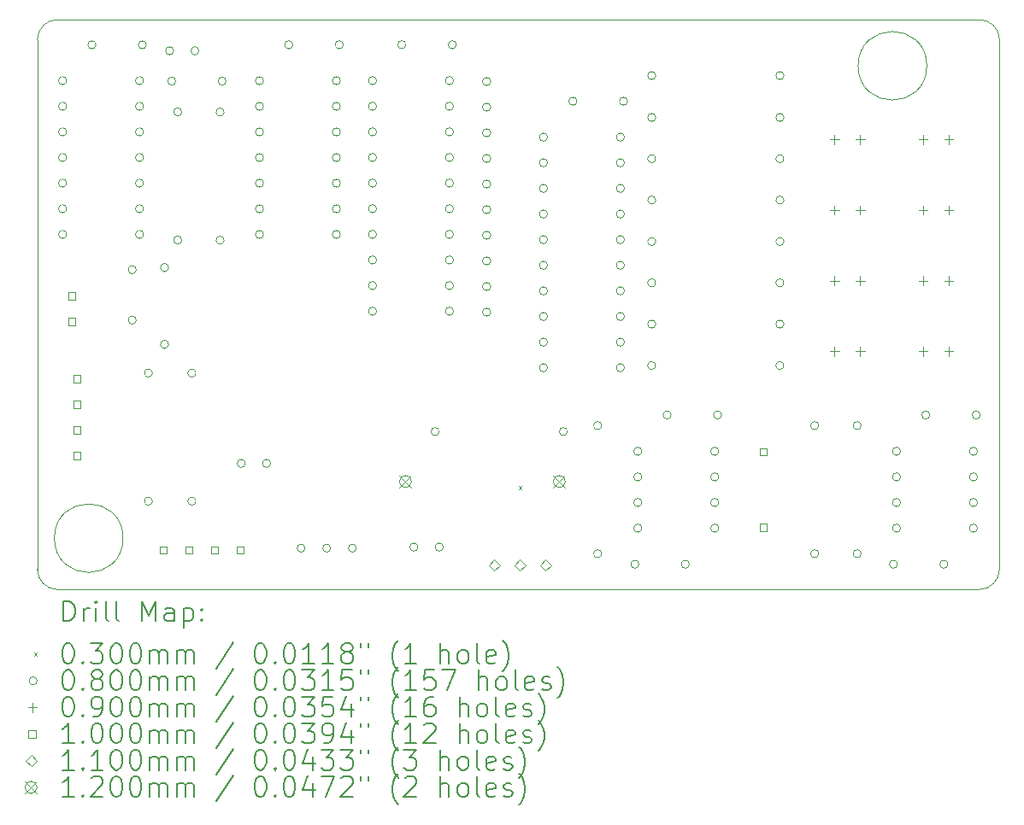
<source format=gbr>
%TF.GenerationSoftware,KiCad,Pcbnew,8.0.3*%
%TF.CreationDate,2024-12-27T16:28:44-08:00*%
%TF.ProjectId,enph259-servo,656e7068-3235-4392-9d73-6572766f2e6b,1*%
%TF.SameCoordinates,Original*%
%TF.FileFunction,Drillmap*%
%TF.FilePolarity,Positive*%
%FSLAX45Y45*%
G04 Gerber Fmt 4.5, Leading zero omitted, Abs format (unit mm)*
G04 Created by KiCad (PCBNEW 8.0.3) date 2024-12-27 16:28:44*
%MOMM*%
%LPD*%
G01*
G04 APERTURE LIST*
%ADD10C,0.050000*%
%ADD11C,0.200000*%
%ADD12C,0.100000*%
%ADD13C,0.110000*%
%ADD14C,0.120000*%
G04 APERTURE END LIST*
D10*
X5320000Y-8590000D02*
X5320000Y-3340000D01*
X14650000Y-3140000D02*
G75*
G02*
X14850000Y-3340000I0J-200000D01*
G01*
X5520000Y-8790000D02*
G75*
G02*
X5320000Y-8590000I0J200000D01*
G01*
X14650000Y-8790000D02*
X5520000Y-8790000D01*
X5520000Y-3140000D02*
X14650000Y-3140000D01*
X14850000Y-3340000D02*
X14850000Y-8590000D01*
X14130000Y-3598579D02*
G75*
G02*
X13450000Y-3598579I-340000J0D01*
G01*
X13450000Y-3598579D02*
G75*
G02*
X14130000Y-3598579I340000J0D01*
G01*
X14850000Y-8590000D02*
G75*
G02*
X14650000Y-8790000I-200000J0D01*
G01*
X5320000Y-3340000D02*
G75*
G02*
X5520000Y-3140000I200000J0D01*
G01*
X6168579Y-8281421D02*
G75*
G02*
X5488579Y-8281421I-340000J0D01*
G01*
X5488579Y-8281421D02*
G75*
G02*
X6168579Y-8281421I340000J0D01*
G01*
D11*
D12*
X10085000Y-7765000D02*
X10115000Y-7795000D01*
X10115000Y-7765000D02*
X10085000Y-7795000D01*
X5610000Y-3746000D02*
G75*
G02*
X5530000Y-3746000I-40000J0D01*
G01*
X5530000Y-3746000D02*
G75*
G02*
X5610000Y-3746000I40000J0D01*
G01*
X5610000Y-4000000D02*
G75*
G02*
X5530000Y-4000000I-40000J0D01*
G01*
X5530000Y-4000000D02*
G75*
G02*
X5610000Y-4000000I40000J0D01*
G01*
X5610000Y-4254000D02*
G75*
G02*
X5530000Y-4254000I-40000J0D01*
G01*
X5530000Y-4254000D02*
G75*
G02*
X5610000Y-4254000I40000J0D01*
G01*
X5610000Y-4508000D02*
G75*
G02*
X5530000Y-4508000I-40000J0D01*
G01*
X5530000Y-4508000D02*
G75*
G02*
X5610000Y-4508000I40000J0D01*
G01*
X5610000Y-4762000D02*
G75*
G02*
X5530000Y-4762000I-40000J0D01*
G01*
X5530000Y-4762000D02*
G75*
G02*
X5610000Y-4762000I40000J0D01*
G01*
X5610000Y-5016000D02*
G75*
G02*
X5530000Y-5016000I-40000J0D01*
G01*
X5530000Y-5016000D02*
G75*
G02*
X5610000Y-5016000I40000J0D01*
G01*
X5610000Y-5270000D02*
G75*
G02*
X5530000Y-5270000I-40000J0D01*
G01*
X5530000Y-5270000D02*
G75*
G02*
X5610000Y-5270000I40000J0D01*
G01*
X5900000Y-3390000D02*
G75*
G02*
X5820000Y-3390000I-40000J0D01*
G01*
X5820000Y-3390000D02*
G75*
G02*
X5900000Y-3390000I40000J0D01*
G01*
X6300000Y-5620000D02*
G75*
G02*
X6220000Y-5620000I-40000J0D01*
G01*
X6220000Y-5620000D02*
G75*
G02*
X6300000Y-5620000I40000J0D01*
G01*
X6300000Y-6120000D02*
G75*
G02*
X6220000Y-6120000I-40000J0D01*
G01*
X6220000Y-6120000D02*
G75*
G02*
X6300000Y-6120000I40000J0D01*
G01*
X6372000Y-3746000D02*
G75*
G02*
X6292000Y-3746000I-40000J0D01*
G01*
X6292000Y-3746000D02*
G75*
G02*
X6372000Y-3746000I40000J0D01*
G01*
X6372000Y-4000000D02*
G75*
G02*
X6292000Y-4000000I-40000J0D01*
G01*
X6292000Y-4000000D02*
G75*
G02*
X6372000Y-4000000I40000J0D01*
G01*
X6372000Y-4254000D02*
G75*
G02*
X6292000Y-4254000I-40000J0D01*
G01*
X6292000Y-4254000D02*
G75*
G02*
X6372000Y-4254000I40000J0D01*
G01*
X6372000Y-4508000D02*
G75*
G02*
X6292000Y-4508000I-40000J0D01*
G01*
X6292000Y-4508000D02*
G75*
G02*
X6372000Y-4508000I40000J0D01*
G01*
X6372000Y-4762000D02*
G75*
G02*
X6292000Y-4762000I-40000J0D01*
G01*
X6292000Y-4762000D02*
G75*
G02*
X6372000Y-4762000I40000J0D01*
G01*
X6372000Y-5016000D02*
G75*
G02*
X6292000Y-5016000I-40000J0D01*
G01*
X6292000Y-5016000D02*
G75*
G02*
X6372000Y-5016000I40000J0D01*
G01*
X6372000Y-5270000D02*
G75*
G02*
X6292000Y-5270000I-40000J0D01*
G01*
X6292000Y-5270000D02*
G75*
G02*
X6372000Y-5270000I40000J0D01*
G01*
X6400000Y-3390000D02*
G75*
G02*
X6320000Y-3390000I-40000J0D01*
G01*
X6320000Y-3390000D02*
G75*
G02*
X6400000Y-3390000I40000J0D01*
G01*
X6460000Y-6645000D02*
G75*
G02*
X6380000Y-6645000I-40000J0D01*
G01*
X6380000Y-6645000D02*
G75*
G02*
X6460000Y-6645000I40000J0D01*
G01*
X6460000Y-7915000D02*
G75*
G02*
X6380000Y-7915000I-40000J0D01*
G01*
X6380000Y-7915000D02*
G75*
G02*
X6460000Y-7915000I40000J0D01*
G01*
X6620000Y-5599000D02*
G75*
G02*
X6540000Y-5599000I-40000J0D01*
G01*
X6540000Y-5599000D02*
G75*
G02*
X6620000Y-5599000I40000J0D01*
G01*
X6620000Y-6361000D02*
G75*
G02*
X6540000Y-6361000I-40000J0D01*
G01*
X6540000Y-6361000D02*
G75*
G02*
X6620000Y-6361000I40000J0D01*
G01*
X6670000Y-3450000D02*
G75*
G02*
X6590000Y-3450000I-40000J0D01*
G01*
X6590000Y-3450000D02*
G75*
G02*
X6670000Y-3450000I40000J0D01*
G01*
X6690000Y-3750000D02*
G75*
G02*
X6610000Y-3750000I-40000J0D01*
G01*
X6610000Y-3750000D02*
G75*
G02*
X6690000Y-3750000I40000J0D01*
G01*
X6750000Y-4056000D02*
G75*
G02*
X6670000Y-4056000I-40000J0D01*
G01*
X6670000Y-4056000D02*
G75*
G02*
X6750000Y-4056000I40000J0D01*
G01*
X6750000Y-5326000D02*
G75*
G02*
X6670000Y-5326000I-40000J0D01*
G01*
X6670000Y-5326000D02*
G75*
G02*
X6750000Y-5326000I40000J0D01*
G01*
X6890000Y-6645000D02*
G75*
G02*
X6810000Y-6645000I-40000J0D01*
G01*
X6810000Y-6645000D02*
G75*
G02*
X6890000Y-6645000I40000J0D01*
G01*
X6890000Y-7915000D02*
G75*
G02*
X6810000Y-7915000I-40000J0D01*
G01*
X6810000Y-7915000D02*
G75*
G02*
X6890000Y-7915000I40000J0D01*
G01*
X6920000Y-3450000D02*
G75*
G02*
X6840000Y-3450000I-40000J0D01*
G01*
X6840000Y-3450000D02*
G75*
G02*
X6920000Y-3450000I40000J0D01*
G01*
X7170000Y-4056000D02*
G75*
G02*
X7090000Y-4056000I-40000J0D01*
G01*
X7090000Y-4056000D02*
G75*
G02*
X7170000Y-4056000I40000J0D01*
G01*
X7170000Y-5326000D02*
G75*
G02*
X7090000Y-5326000I-40000J0D01*
G01*
X7090000Y-5326000D02*
G75*
G02*
X7170000Y-5326000I40000J0D01*
G01*
X7190000Y-3750000D02*
G75*
G02*
X7110000Y-3750000I-40000J0D01*
G01*
X7110000Y-3750000D02*
G75*
G02*
X7190000Y-3750000I40000J0D01*
G01*
X7380000Y-7540000D02*
G75*
G02*
X7300000Y-7540000I-40000J0D01*
G01*
X7300000Y-7540000D02*
G75*
G02*
X7380000Y-7540000I40000J0D01*
G01*
X7560000Y-3746000D02*
G75*
G02*
X7480000Y-3746000I-40000J0D01*
G01*
X7480000Y-3746000D02*
G75*
G02*
X7560000Y-3746000I40000J0D01*
G01*
X7560000Y-4000000D02*
G75*
G02*
X7480000Y-4000000I-40000J0D01*
G01*
X7480000Y-4000000D02*
G75*
G02*
X7560000Y-4000000I40000J0D01*
G01*
X7560000Y-4254000D02*
G75*
G02*
X7480000Y-4254000I-40000J0D01*
G01*
X7480000Y-4254000D02*
G75*
G02*
X7560000Y-4254000I40000J0D01*
G01*
X7560000Y-4508000D02*
G75*
G02*
X7480000Y-4508000I-40000J0D01*
G01*
X7480000Y-4508000D02*
G75*
G02*
X7560000Y-4508000I40000J0D01*
G01*
X7560000Y-4762000D02*
G75*
G02*
X7480000Y-4762000I-40000J0D01*
G01*
X7480000Y-4762000D02*
G75*
G02*
X7560000Y-4762000I40000J0D01*
G01*
X7560000Y-5016000D02*
G75*
G02*
X7480000Y-5016000I-40000J0D01*
G01*
X7480000Y-5016000D02*
G75*
G02*
X7560000Y-5016000I40000J0D01*
G01*
X7560000Y-5270000D02*
G75*
G02*
X7480000Y-5270000I-40000J0D01*
G01*
X7480000Y-5270000D02*
G75*
G02*
X7560000Y-5270000I40000J0D01*
G01*
X7630000Y-7540000D02*
G75*
G02*
X7550000Y-7540000I-40000J0D01*
G01*
X7550000Y-7540000D02*
G75*
G02*
X7630000Y-7540000I40000J0D01*
G01*
X7850000Y-3390000D02*
G75*
G02*
X7770000Y-3390000I-40000J0D01*
G01*
X7770000Y-3390000D02*
G75*
G02*
X7850000Y-3390000I40000J0D01*
G01*
X7972000Y-8380000D02*
G75*
G02*
X7892000Y-8380000I-40000J0D01*
G01*
X7892000Y-8380000D02*
G75*
G02*
X7972000Y-8380000I40000J0D01*
G01*
X8226000Y-8380000D02*
G75*
G02*
X8146000Y-8380000I-40000J0D01*
G01*
X8146000Y-8380000D02*
G75*
G02*
X8226000Y-8380000I40000J0D01*
G01*
X8322000Y-3746000D02*
G75*
G02*
X8242000Y-3746000I-40000J0D01*
G01*
X8242000Y-3746000D02*
G75*
G02*
X8322000Y-3746000I40000J0D01*
G01*
X8322000Y-4000000D02*
G75*
G02*
X8242000Y-4000000I-40000J0D01*
G01*
X8242000Y-4000000D02*
G75*
G02*
X8322000Y-4000000I40000J0D01*
G01*
X8322000Y-4254000D02*
G75*
G02*
X8242000Y-4254000I-40000J0D01*
G01*
X8242000Y-4254000D02*
G75*
G02*
X8322000Y-4254000I40000J0D01*
G01*
X8322000Y-4508000D02*
G75*
G02*
X8242000Y-4508000I-40000J0D01*
G01*
X8242000Y-4508000D02*
G75*
G02*
X8322000Y-4508000I40000J0D01*
G01*
X8322000Y-4762000D02*
G75*
G02*
X8242000Y-4762000I-40000J0D01*
G01*
X8242000Y-4762000D02*
G75*
G02*
X8322000Y-4762000I40000J0D01*
G01*
X8322000Y-5016000D02*
G75*
G02*
X8242000Y-5016000I-40000J0D01*
G01*
X8242000Y-5016000D02*
G75*
G02*
X8322000Y-5016000I40000J0D01*
G01*
X8322000Y-5270000D02*
G75*
G02*
X8242000Y-5270000I-40000J0D01*
G01*
X8242000Y-5270000D02*
G75*
G02*
X8322000Y-5270000I40000J0D01*
G01*
X8350000Y-3390000D02*
G75*
G02*
X8270000Y-3390000I-40000J0D01*
G01*
X8270000Y-3390000D02*
G75*
G02*
X8350000Y-3390000I40000J0D01*
G01*
X8480000Y-8380000D02*
G75*
G02*
X8400000Y-8380000I-40000J0D01*
G01*
X8400000Y-8380000D02*
G75*
G02*
X8480000Y-8380000I40000J0D01*
G01*
X8680000Y-3746000D02*
G75*
G02*
X8600000Y-3746000I-40000J0D01*
G01*
X8600000Y-3746000D02*
G75*
G02*
X8680000Y-3746000I40000J0D01*
G01*
X8680000Y-4000000D02*
G75*
G02*
X8600000Y-4000000I-40000J0D01*
G01*
X8600000Y-4000000D02*
G75*
G02*
X8680000Y-4000000I40000J0D01*
G01*
X8680000Y-4254000D02*
G75*
G02*
X8600000Y-4254000I-40000J0D01*
G01*
X8600000Y-4254000D02*
G75*
G02*
X8680000Y-4254000I40000J0D01*
G01*
X8680000Y-4508000D02*
G75*
G02*
X8600000Y-4508000I-40000J0D01*
G01*
X8600000Y-4508000D02*
G75*
G02*
X8680000Y-4508000I40000J0D01*
G01*
X8680000Y-4762000D02*
G75*
G02*
X8600000Y-4762000I-40000J0D01*
G01*
X8600000Y-4762000D02*
G75*
G02*
X8680000Y-4762000I40000J0D01*
G01*
X8680000Y-5016000D02*
G75*
G02*
X8600000Y-5016000I-40000J0D01*
G01*
X8600000Y-5016000D02*
G75*
G02*
X8680000Y-5016000I40000J0D01*
G01*
X8680000Y-5270000D02*
G75*
G02*
X8600000Y-5270000I-40000J0D01*
G01*
X8600000Y-5270000D02*
G75*
G02*
X8680000Y-5270000I40000J0D01*
G01*
X8680000Y-5524000D02*
G75*
G02*
X8600000Y-5524000I-40000J0D01*
G01*
X8600000Y-5524000D02*
G75*
G02*
X8680000Y-5524000I40000J0D01*
G01*
X8680000Y-5778000D02*
G75*
G02*
X8600000Y-5778000I-40000J0D01*
G01*
X8600000Y-5778000D02*
G75*
G02*
X8680000Y-5778000I40000J0D01*
G01*
X8680000Y-6032000D02*
G75*
G02*
X8600000Y-6032000I-40000J0D01*
G01*
X8600000Y-6032000D02*
G75*
G02*
X8680000Y-6032000I40000J0D01*
G01*
X8970000Y-3390000D02*
G75*
G02*
X8890000Y-3390000I-40000J0D01*
G01*
X8890000Y-3390000D02*
G75*
G02*
X8970000Y-3390000I40000J0D01*
G01*
X9090000Y-8370000D02*
G75*
G02*
X9010000Y-8370000I-40000J0D01*
G01*
X9010000Y-8370000D02*
G75*
G02*
X9090000Y-8370000I40000J0D01*
G01*
X9300000Y-7225000D02*
G75*
G02*
X9220000Y-7225000I-40000J0D01*
G01*
X9220000Y-7225000D02*
G75*
G02*
X9300000Y-7225000I40000J0D01*
G01*
X9340000Y-8370000D02*
G75*
G02*
X9260000Y-8370000I-40000J0D01*
G01*
X9260000Y-8370000D02*
G75*
G02*
X9340000Y-8370000I40000J0D01*
G01*
X9442000Y-3746000D02*
G75*
G02*
X9362000Y-3746000I-40000J0D01*
G01*
X9362000Y-3746000D02*
G75*
G02*
X9442000Y-3746000I40000J0D01*
G01*
X9442000Y-4000000D02*
G75*
G02*
X9362000Y-4000000I-40000J0D01*
G01*
X9362000Y-4000000D02*
G75*
G02*
X9442000Y-4000000I40000J0D01*
G01*
X9442000Y-4254000D02*
G75*
G02*
X9362000Y-4254000I-40000J0D01*
G01*
X9362000Y-4254000D02*
G75*
G02*
X9442000Y-4254000I40000J0D01*
G01*
X9442000Y-4508000D02*
G75*
G02*
X9362000Y-4508000I-40000J0D01*
G01*
X9362000Y-4508000D02*
G75*
G02*
X9442000Y-4508000I40000J0D01*
G01*
X9442000Y-4762000D02*
G75*
G02*
X9362000Y-4762000I-40000J0D01*
G01*
X9362000Y-4762000D02*
G75*
G02*
X9442000Y-4762000I40000J0D01*
G01*
X9442000Y-5016000D02*
G75*
G02*
X9362000Y-5016000I-40000J0D01*
G01*
X9362000Y-5016000D02*
G75*
G02*
X9442000Y-5016000I40000J0D01*
G01*
X9442000Y-5270000D02*
G75*
G02*
X9362000Y-5270000I-40000J0D01*
G01*
X9362000Y-5270000D02*
G75*
G02*
X9442000Y-5270000I40000J0D01*
G01*
X9442000Y-5524000D02*
G75*
G02*
X9362000Y-5524000I-40000J0D01*
G01*
X9362000Y-5524000D02*
G75*
G02*
X9442000Y-5524000I40000J0D01*
G01*
X9442000Y-5778000D02*
G75*
G02*
X9362000Y-5778000I-40000J0D01*
G01*
X9362000Y-5778000D02*
G75*
G02*
X9442000Y-5778000I40000J0D01*
G01*
X9442000Y-6032000D02*
G75*
G02*
X9362000Y-6032000I-40000J0D01*
G01*
X9362000Y-6032000D02*
G75*
G02*
X9442000Y-6032000I40000J0D01*
G01*
X9470000Y-3390000D02*
G75*
G02*
X9390000Y-3390000I-40000J0D01*
G01*
X9390000Y-3390000D02*
G75*
G02*
X9470000Y-3390000I40000J0D01*
G01*
X9810000Y-3755000D02*
G75*
G02*
X9730000Y-3755000I-40000J0D01*
G01*
X9730000Y-3755000D02*
G75*
G02*
X9810000Y-3755000I40000J0D01*
G01*
X9810000Y-4009000D02*
G75*
G02*
X9730000Y-4009000I-40000J0D01*
G01*
X9730000Y-4009000D02*
G75*
G02*
X9810000Y-4009000I40000J0D01*
G01*
X9810000Y-4263000D02*
G75*
G02*
X9730000Y-4263000I-40000J0D01*
G01*
X9730000Y-4263000D02*
G75*
G02*
X9810000Y-4263000I40000J0D01*
G01*
X9810000Y-4517000D02*
G75*
G02*
X9730000Y-4517000I-40000J0D01*
G01*
X9730000Y-4517000D02*
G75*
G02*
X9810000Y-4517000I40000J0D01*
G01*
X9810000Y-4771000D02*
G75*
G02*
X9730000Y-4771000I-40000J0D01*
G01*
X9730000Y-4771000D02*
G75*
G02*
X9810000Y-4771000I40000J0D01*
G01*
X9810000Y-5025000D02*
G75*
G02*
X9730000Y-5025000I-40000J0D01*
G01*
X9730000Y-5025000D02*
G75*
G02*
X9810000Y-5025000I40000J0D01*
G01*
X9810000Y-5279000D02*
G75*
G02*
X9730000Y-5279000I-40000J0D01*
G01*
X9730000Y-5279000D02*
G75*
G02*
X9810000Y-5279000I40000J0D01*
G01*
X9810000Y-5533000D02*
G75*
G02*
X9730000Y-5533000I-40000J0D01*
G01*
X9730000Y-5533000D02*
G75*
G02*
X9810000Y-5533000I40000J0D01*
G01*
X9810000Y-5787000D02*
G75*
G02*
X9730000Y-5787000I-40000J0D01*
G01*
X9730000Y-5787000D02*
G75*
G02*
X9810000Y-5787000I40000J0D01*
G01*
X9810000Y-6041000D02*
G75*
G02*
X9730000Y-6041000I-40000J0D01*
G01*
X9730000Y-6041000D02*
G75*
G02*
X9810000Y-6041000I40000J0D01*
G01*
X10373000Y-4306000D02*
G75*
G02*
X10293000Y-4306000I-40000J0D01*
G01*
X10293000Y-4306000D02*
G75*
G02*
X10373000Y-4306000I40000J0D01*
G01*
X10373000Y-4560000D02*
G75*
G02*
X10293000Y-4560000I-40000J0D01*
G01*
X10293000Y-4560000D02*
G75*
G02*
X10373000Y-4560000I40000J0D01*
G01*
X10373000Y-4814000D02*
G75*
G02*
X10293000Y-4814000I-40000J0D01*
G01*
X10293000Y-4814000D02*
G75*
G02*
X10373000Y-4814000I40000J0D01*
G01*
X10373000Y-5068000D02*
G75*
G02*
X10293000Y-5068000I-40000J0D01*
G01*
X10293000Y-5068000D02*
G75*
G02*
X10373000Y-5068000I40000J0D01*
G01*
X10373000Y-5322000D02*
G75*
G02*
X10293000Y-5322000I-40000J0D01*
G01*
X10293000Y-5322000D02*
G75*
G02*
X10373000Y-5322000I40000J0D01*
G01*
X10373000Y-5576000D02*
G75*
G02*
X10293000Y-5576000I-40000J0D01*
G01*
X10293000Y-5576000D02*
G75*
G02*
X10373000Y-5576000I40000J0D01*
G01*
X10373000Y-5830000D02*
G75*
G02*
X10293000Y-5830000I-40000J0D01*
G01*
X10293000Y-5830000D02*
G75*
G02*
X10373000Y-5830000I40000J0D01*
G01*
X10373000Y-6084000D02*
G75*
G02*
X10293000Y-6084000I-40000J0D01*
G01*
X10293000Y-6084000D02*
G75*
G02*
X10373000Y-6084000I40000J0D01*
G01*
X10373000Y-6338000D02*
G75*
G02*
X10293000Y-6338000I-40000J0D01*
G01*
X10293000Y-6338000D02*
G75*
G02*
X10373000Y-6338000I40000J0D01*
G01*
X10373000Y-6592000D02*
G75*
G02*
X10293000Y-6592000I-40000J0D01*
G01*
X10293000Y-6592000D02*
G75*
G02*
X10373000Y-6592000I40000J0D01*
G01*
X10570000Y-7225000D02*
G75*
G02*
X10490000Y-7225000I-40000J0D01*
G01*
X10490000Y-7225000D02*
G75*
G02*
X10570000Y-7225000I40000J0D01*
G01*
X10665000Y-3950000D02*
G75*
G02*
X10585000Y-3950000I-40000J0D01*
G01*
X10585000Y-3950000D02*
G75*
G02*
X10665000Y-3950000I40000J0D01*
G01*
X10910000Y-7165000D02*
G75*
G02*
X10830000Y-7165000I-40000J0D01*
G01*
X10830000Y-7165000D02*
G75*
G02*
X10910000Y-7165000I40000J0D01*
G01*
X10910000Y-8435000D02*
G75*
G02*
X10830000Y-8435000I-40000J0D01*
G01*
X10830000Y-8435000D02*
G75*
G02*
X10910000Y-8435000I40000J0D01*
G01*
X11135000Y-4306000D02*
G75*
G02*
X11055000Y-4306000I-40000J0D01*
G01*
X11055000Y-4306000D02*
G75*
G02*
X11135000Y-4306000I40000J0D01*
G01*
X11135000Y-4560000D02*
G75*
G02*
X11055000Y-4560000I-40000J0D01*
G01*
X11055000Y-4560000D02*
G75*
G02*
X11135000Y-4560000I40000J0D01*
G01*
X11135000Y-4814000D02*
G75*
G02*
X11055000Y-4814000I-40000J0D01*
G01*
X11055000Y-4814000D02*
G75*
G02*
X11135000Y-4814000I40000J0D01*
G01*
X11135000Y-5068000D02*
G75*
G02*
X11055000Y-5068000I-40000J0D01*
G01*
X11055000Y-5068000D02*
G75*
G02*
X11135000Y-5068000I40000J0D01*
G01*
X11135000Y-5322000D02*
G75*
G02*
X11055000Y-5322000I-40000J0D01*
G01*
X11055000Y-5322000D02*
G75*
G02*
X11135000Y-5322000I40000J0D01*
G01*
X11135000Y-5576000D02*
G75*
G02*
X11055000Y-5576000I-40000J0D01*
G01*
X11055000Y-5576000D02*
G75*
G02*
X11135000Y-5576000I40000J0D01*
G01*
X11135000Y-5830000D02*
G75*
G02*
X11055000Y-5830000I-40000J0D01*
G01*
X11055000Y-5830000D02*
G75*
G02*
X11135000Y-5830000I40000J0D01*
G01*
X11135000Y-6084000D02*
G75*
G02*
X11055000Y-6084000I-40000J0D01*
G01*
X11055000Y-6084000D02*
G75*
G02*
X11135000Y-6084000I40000J0D01*
G01*
X11135000Y-6338000D02*
G75*
G02*
X11055000Y-6338000I-40000J0D01*
G01*
X11055000Y-6338000D02*
G75*
G02*
X11135000Y-6338000I40000J0D01*
G01*
X11135000Y-6592000D02*
G75*
G02*
X11055000Y-6592000I-40000J0D01*
G01*
X11055000Y-6592000D02*
G75*
G02*
X11135000Y-6592000I40000J0D01*
G01*
X11165000Y-3950000D02*
G75*
G02*
X11085000Y-3950000I-40000J0D01*
G01*
X11085000Y-3950000D02*
G75*
G02*
X11165000Y-3950000I40000J0D01*
G01*
X11278000Y-8540000D02*
G75*
G02*
X11198000Y-8540000I-40000J0D01*
G01*
X11198000Y-8540000D02*
G75*
G02*
X11278000Y-8540000I40000J0D01*
G01*
X11308000Y-7420000D02*
G75*
G02*
X11228000Y-7420000I-40000J0D01*
G01*
X11228000Y-7420000D02*
G75*
G02*
X11308000Y-7420000I40000J0D01*
G01*
X11308000Y-7674000D02*
G75*
G02*
X11228000Y-7674000I-40000J0D01*
G01*
X11228000Y-7674000D02*
G75*
G02*
X11308000Y-7674000I40000J0D01*
G01*
X11308000Y-7928000D02*
G75*
G02*
X11228000Y-7928000I-40000J0D01*
G01*
X11228000Y-7928000D02*
G75*
G02*
X11308000Y-7928000I40000J0D01*
G01*
X11308000Y-8182000D02*
G75*
G02*
X11228000Y-8182000I-40000J0D01*
G01*
X11228000Y-8182000D02*
G75*
G02*
X11308000Y-8182000I40000J0D01*
G01*
X11445000Y-3695000D02*
G75*
G02*
X11365000Y-3695000I-40000J0D01*
G01*
X11365000Y-3695000D02*
G75*
G02*
X11445000Y-3695000I40000J0D01*
G01*
X11445000Y-4110000D02*
G75*
G02*
X11365000Y-4110000I-40000J0D01*
G01*
X11365000Y-4110000D02*
G75*
G02*
X11445000Y-4110000I40000J0D01*
G01*
X11445000Y-4520000D02*
G75*
G02*
X11365000Y-4520000I-40000J0D01*
G01*
X11365000Y-4520000D02*
G75*
G02*
X11445000Y-4520000I40000J0D01*
G01*
X11445000Y-4930000D02*
G75*
G02*
X11365000Y-4930000I-40000J0D01*
G01*
X11365000Y-4930000D02*
G75*
G02*
X11445000Y-4930000I40000J0D01*
G01*
X11445000Y-5340000D02*
G75*
G02*
X11365000Y-5340000I-40000J0D01*
G01*
X11365000Y-5340000D02*
G75*
G02*
X11445000Y-5340000I40000J0D01*
G01*
X11445000Y-5750000D02*
G75*
G02*
X11365000Y-5750000I-40000J0D01*
G01*
X11365000Y-5750000D02*
G75*
G02*
X11445000Y-5750000I40000J0D01*
G01*
X11445000Y-6160000D02*
G75*
G02*
X11365000Y-6160000I-40000J0D01*
G01*
X11365000Y-6160000D02*
G75*
G02*
X11445000Y-6160000I40000J0D01*
G01*
X11445000Y-6570000D02*
G75*
G02*
X11365000Y-6570000I-40000J0D01*
G01*
X11365000Y-6570000D02*
G75*
G02*
X11445000Y-6570000I40000J0D01*
G01*
X11598000Y-7060000D02*
G75*
G02*
X11518000Y-7060000I-40000J0D01*
G01*
X11518000Y-7060000D02*
G75*
G02*
X11598000Y-7060000I40000J0D01*
G01*
X11778000Y-8540000D02*
G75*
G02*
X11698000Y-8540000I-40000J0D01*
G01*
X11698000Y-8540000D02*
G75*
G02*
X11778000Y-8540000I40000J0D01*
G01*
X12070000Y-7420000D02*
G75*
G02*
X11990000Y-7420000I-40000J0D01*
G01*
X11990000Y-7420000D02*
G75*
G02*
X12070000Y-7420000I40000J0D01*
G01*
X12070000Y-7674000D02*
G75*
G02*
X11990000Y-7674000I-40000J0D01*
G01*
X11990000Y-7674000D02*
G75*
G02*
X12070000Y-7674000I40000J0D01*
G01*
X12070000Y-7928000D02*
G75*
G02*
X11990000Y-7928000I-40000J0D01*
G01*
X11990000Y-7928000D02*
G75*
G02*
X12070000Y-7928000I40000J0D01*
G01*
X12070000Y-8182000D02*
G75*
G02*
X11990000Y-8182000I-40000J0D01*
G01*
X11990000Y-8182000D02*
G75*
G02*
X12070000Y-8182000I40000J0D01*
G01*
X12098000Y-7060000D02*
G75*
G02*
X12018000Y-7060000I-40000J0D01*
G01*
X12018000Y-7060000D02*
G75*
G02*
X12098000Y-7060000I40000J0D01*
G01*
X12715000Y-3695000D02*
G75*
G02*
X12635000Y-3695000I-40000J0D01*
G01*
X12635000Y-3695000D02*
G75*
G02*
X12715000Y-3695000I40000J0D01*
G01*
X12715000Y-4110000D02*
G75*
G02*
X12635000Y-4110000I-40000J0D01*
G01*
X12635000Y-4110000D02*
G75*
G02*
X12715000Y-4110000I40000J0D01*
G01*
X12715000Y-4520000D02*
G75*
G02*
X12635000Y-4520000I-40000J0D01*
G01*
X12635000Y-4520000D02*
G75*
G02*
X12715000Y-4520000I40000J0D01*
G01*
X12715000Y-4930000D02*
G75*
G02*
X12635000Y-4930000I-40000J0D01*
G01*
X12635000Y-4930000D02*
G75*
G02*
X12715000Y-4930000I40000J0D01*
G01*
X12715000Y-5340000D02*
G75*
G02*
X12635000Y-5340000I-40000J0D01*
G01*
X12635000Y-5340000D02*
G75*
G02*
X12715000Y-5340000I40000J0D01*
G01*
X12715000Y-5750000D02*
G75*
G02*
X12635000Y-5750000I-40000J0D01*
G01*
X12635000Y-5750000D02*
G75*
G02*
X12715000Y-5750000I40000J0D01*
G01*
X12715000Y-6160000D02*
G75*
G02*
X12635000Y-6160000I-40000J0D01*
G01*
X12635000Y-6160000D02*
G75*
G02*
X12715000Y-6160000I40000J0D01*
G01*
X12715000Y-6570000D02*
G75*
G02*
X12635000Y-6570000I-40000J0D01*
G01*
X12635000Y-6570000D02*
G75*
G02*
X12715000Y-6570000I40000J0D01*
G01*
X13060000Y-7165000D02*
G75*
G02*
X12980000Y-7165000I-40000J0D01*
G01*
X12980000Y-7165000D02*
G75*
G02*
X13060000Y-7165000I40000J0D01*
G01*
X13060000Y-8435000D02*
G75*
G02*
X12980000Y-8435000I-40000J0D01*
G01*
X12980000Y-8435000D02*
G75*
G02*
X13060000Y-8435000I40000J0D01*
G01*
X13480000Y-7165000D02*
G75*
G02*
X13400000Y-7165000I-40000J0D01*
G01*
X13400000Y-7165000D02*
G75*
G02*
X13480000Y-7165000I40000J0D01*
G01*
X13480000Y-8435000D02*
G75*
G02*
X13400000Y-8435000I-40000J0D01*
G01*
X13400000Y-8435000D02*
G75*
G02*
X13480000Y-8435000I40000J0D01*
G01*
X13840000Y-8540000D02*
G75*
G02*
X13760000Y-8540000I-40000J0D01*
G01*
X13760000Y-8540000D02*
G75*
G02*
X13840000Y-8540000I40000J0D01*
G01*
X13870000Y-7420000D02*
G75*
G02*
X13790000Y-7420000I-40000J0D01*
G01*
X13790000Y-7420000D02*
G75*
G02*
X13870000Y-7420000I40000J0D01*
G01*
X13870000Y-7674000D02*
G75*
G02*
X13790000Y-7674000I-40000J0D01*
G01*
X13790000Y-7674000D02*
G75*
G02*
X13870000Y-7674000I40000J0D01*
G01*
X13870000Y-7928000D02*
G75*
G02*
X13790000Y-7928000I-40000J0D01*
G01*
X13790000Y-7928000D02*
G75*
G02*
X13870000Y-7928000I40000J0D01*
G01*
X13870000Y-8182000D02*
G75*
G02*
X13790000Y-8182000I-40000J0D01*
G01*
X13790000Y-8182000D02*
G75*
G02*
X13870000Y-8182000I40000J0D01*
G01*
X14160000Y-7060000D02*
G75*
G02*
X14080000Y-7060000I-40000J0D01*
G01*
X14080000Y-7060000D02*
G75*
G02*
X14160000Y-7060000I40000J0D01*
G01*
X14340000Y-8540000D02*
G75*
G02*
X14260000Y-8540000I-40000J0D01*
G01*
X14260000Y-8540000D02*
G75*
G02*
X14340000Y-8540000I40000J0D01*
G01*
X14632000Y-7420000D02*
G75*
G02*
X14552000Y-7420000I-40000J0D01*
G01*
X14552000Y-7420000D02*
G75*
G02*
X14632000Y-7420000I40000J0D01*
G01*
X14632000Y-7674000D02*
G75*
G02*
X14552000Y-7674000I-40000J0D01*
G01*
X14552000Y-7674000D02*
G75*
G02*
X14632000Y-7674000I40000J0D01*
G01*
X14632000Y-7928000D02*
G75*
G02*
X14552000Y-7928000I-40000J0D01*
G01*
X14552000Y-7928000D02*
G75*
G02*
X14632000Y-7928000I40000J0D01*
G01*
X14632000Y-8182000D02*
G75*
G02*
X14552000Y-8182000I-40000J0D01*
G01*
X14552000Y-8182000D02*
G75*
G02*
X14632000Y-8182000I40000J0D01*
G01*
X14660000Y-7060000D02*
G75*
G02*
X14580000Y-7060000I-40000J0D01*
G01*
X14580000Y-7060000D02*
G75*
G02*
X14660000Y-7060000I40000J0D01*
G01*
X13215000Y-4285000D02*
X13215000Y-4375000D01*
X13170000Y-4330000D02*
X13260000Y-4330000D01*
X13215000Y-4985000D02*
X13215000Y-5075000D01*
X13170000Y-5030000D02*
X13260000Y-5030000D01*
X13215000Y-5685000D02*
X13215000Y-5775000D01*
X13170000Y-5730000D02*
X13260000Y-5730000D01*
X13215000Y-6385000D02*
X13215000Y-6475000D01*
X13170000Y-6430000D02*
X13260000Y-6430000D01*
X13469000Y-4285000D02*
X13469000Y-4375000D01*
X13424000Y-4330000D02*
X13514000Y-4330000D01*
X13469000Y-4985000D02*
X13469000Y-5075000D01*
X13424000Y-5030000D02*
X13514000Y-5030000D01*
X13469000Y-5685000D02*
X13469000Y-5775000D01*
X13424000Y-5730000D02*
X13514000Y-5730000D01*
X13469000Y-6385000D02*
X13469000Y-6475000D01*
X13424000Y-6430000D02*
X13514000Y-6430000D01*
X14095000Y-4285000D02*
X14095000Y-4375000D01*
X14050000Y-4330000D02*
X14140000Y-4330000D01*
X14095000Y-4985000D02*
X14095000Y-5075000D01*
X14050000Y-5030000D02*
X14140000Y-5030000D01*
X14095000Y-5685000D02*
X14095000Y-5775000D01*
X14050000Y-5730000D02*
X14140000Y-5730000D01*
X14095000Y-6385000D02*
X14095000Y-6475000D01*
X14050000Y-6430000D02*
X14140000Y-6430000D01*
X14349000Y-4285000D02*
X14349000Y-4375000D01*
X14304000Y-4330000D02*
X14394000Y-4330000D01*
X14349000Y-4985000D02*
X14349000Y-5075000D01*
X14304000Y-5030000D02*
X14394000Y-5030000D01*
X14349000Y-5685000D02*
X14349000Y-5775000D01*
X14304000Y-5730000D02*
X14394000Y-5730000D01*
X14349000Y-6385000D02*
X14349000Y-6475000D01*
X14304000Y-6430000D02*
X14394000Y-6430000D01*
X5695356Y-5915356D02*
X5695356Y-5844644D01*
X5624644Y-5844644D01*
X5624644Y-5915356D01*
X5695356Y-5915356D01*
X5695356Y-6169356D02*
X5695356Y-6098644D01*
X5624644Y-6098644D01*
X5624644Y-6169356D01*
X5695356Y-6169356D01*
X5745356Y-6735356D02*
X5745356Y-6664644D01*
X5674644Y-6664644D01*
X5674644Y-6735356D01*
X5745356Y-6735356D01*
X5745356Y-6989356D02*
X5745356Y-6918644D01*
X5674644Y-6918644D01*
X5674644Y-6989356D01*
X5745356Y-6989356D01*
X5745356Y-7243356D02*
X5745356Y-7172644D01*
X5674644Y-7172644D01*
X5674644Y-7243356D01*
X5745356Y-7243356D01*
X5745356Y-7497356D02*
X5745356Y-7426644D01*
X5674644Y-7426644D01*
X5674644Y-7497356D01*
X5745356Y-7497356D01*
X6603356Y-8435356D02*
X6603356Y-8364644D01*
X6532644Y-8364644D01*
X6532644Y-8435356D01*
X6603356Y-8435356D01*
X6857356Y-8435356D02*
X6857356Y-8364644D01*
X6786644Y-8364644D01*
X6786644Y-8435356D01*
X6857356Y-8435356D01*
X7111356Y-8435356D02*
X7111356Y-8364644D01*
X7040644Y-8364644D01*
X7040644Y-8435356D01*
X7111356Y-8435356D01*
X7365356Y-8435356D02*
X7365356Y-8364644D01*
X7294644Y-8364644D01*
X7294644Y-8435356D01*
X7365356Y-8435356D01*
X12545356Y-7459856D02*
X12545356Y-7389144D01*
X12474644Y-7389144D01*
X12474644Y-7459856D01*
X12545356Y-7459856D01*
X12545356Y-8209856D02*
X12545356Y-8139144D01*
X12474644Y-8139144D01*
X12474644Y-8209856D01*
X12545356Y-8209856D01*
D13*
X9846000Y-8605000D02*
X9901000Y-8550000D01*
X9846000Y-8495000D01*
X9791000Y-8550000D01*
X9846000Y-8605000D01*
X10100000Y-8605000D02*
X10155000Y-8550000D01*
X10100000Y-8495000D01*
X10045000Y-8550000D01*
X10100000Y-8605000D01*
X10354000Y-8605000D02*
X10409000Y-8550000D01*
X10354000Y-8495000D01*
X10299000Y-8550000D01*
X10354000Y-8605000D01*
D14*
X8906000Y-7660000D02*
X9026000Y-7780000D01*
X9026000Y-7660000D02*
X8906000Y-7780000D01*
X9026000Y-7720000D02*
G75*
G02*
X8906000Y-7720000I-60000J0D01*
G01*
X8906000Y-7720000D02*
G75*
G02*
X9026000Y-7720000I60000J0D01*
G01*
X10430000Y-7660000D02*
X10550000Y-7780000D01*
X10550000Y-7660000D02*
X10430000Y-7780000D01*
X10550000Y-7720000D02*
G75*
G02*
X10430000Y-7720000I-60000J0D01*
G01*
X10430000Y-7720000D02*
G75*
G02*
X10550000Y-7720000I60000J0D01*
G01*
D11*
X5578277Y-9103984D02*
X5578277Y-8903984D01*
X5578277Y-8903984D02*
X5625896Y-8903984D01*
X5625896Y-8903984D02*
X5654467Y-8913508D01*
X5654467Y-8913508D02*
X5673515Y-8932555D01*
X5673515Y-8932555D02*
X5683039Y-8951603D01*
X5683039Y-8951603D02*
X5692562Y-8989698D01*
X5692562Y-8989698D02*
X5692562Y-9018270D01*
X5692562Y-9018270D02*
X5683039Y-9056365D01*
X5683039Y-9056365D02*
X5673515Y-9075412D01*
X5673515Y-9075412D02*
X5654467Y-9094460D01*
X5654467Y-9094460D02*
X5625896Y-9103984D01*
X5625896Y-9103984D02*
X5578277Y-9103984D01*
X5778277Y-9103984D02*
X5778277Y-8970650D01*
X5778277Y-9008746D02*
X5787801Y-8989698D01*
X5787801Y-8989698D02*
X5797324Y-8980174D01*
X5797324Y-8980174D02*
X5816372Y-8970650D01*
X5816372Y-8970650D02*
X5835420Y-8970650D01*
X5902086Y-9103984D02*
X5902086Y-8970650D01*
X5902086Y-8903984D02*
X5892562Y-8913508D01*
X5892562Y-8913508D02*
X5902086Y-8923031D01*
X5902086Y-8923031D02*
X5911610Y-8913508D01*
X5911610Y-8913508D02*
X5902086Y-8903984D01*
X5902086Y-8903984D02*
X5902086Y-8923031D01*
X6025896Y-9103984D02*
X6006848Y-9094460D01*
X6006848Y-9094460D02*
X5997324Y-9075412D01*
X5997324Y-9075412D02*
X5997324Y-8903984D01*
X6130658Y-9103984D02*
X6111610Y-9094460D01*
X6111610Y-9094460D02*
X6102086Y-9075412D01*
X6102086Y-9075412D02*
X6102086Y-8903984D01*
X6359229Y-9103984D02*
X6359229Y-8903984D01*
X6359229Y-8903984D02*
X6425896Y-9046841D01*
X6425896Y-9046841D02*
X6492562Y-8903984D01*
X6492562Y-8903984D02*
X6492562Y-9103984D01*
X6673515Y-9103984D02*
X6673515Y-8999222D01*
X6673515Y-8999222D02*
X6663991Y-8980174D01*
X6663991Y-8980174D02*
X6644943Y-8970650D01*
X6644943Y-8970650D02*
X6606848Y-8970650D01*
X6606848Y-8970650D02*
X6587801Y-8980174D01*
X6673515Y-9094460D02*
X6654467Y-9103984D01*
X6654467Y-9103984D02*
X6606848Y-9103984D01*
X6606848Y-9103984D02*
X6587801Y-9094460D01*
X6587801Y-9094460D02*
X6578277Y-9075412D01*
X6578277Y-9075412D02*
X6578277Y-9056365D01*
X6578277Y-9056365D02*
X6587801Y-9037317D01*
X6587801Y-9037317D02*
X6606848Y-9027793D01*
X6606848Y-9027793D02*
X6654467Y-9027793D01*
X6654467Y-9027793D02*
X6673515Y-9018270D01*
X6768753Y-8970650D02*
X6768753Y-9170650D01*
X6768753Y-8980174D02*
X6787801Y-8970650D01*
X6787801Y-8970650D02*
X6825896Y-8970650D01*
X6825896Y-8970650D02*
X6844943Y-8980174D01*
X6844943Y-8980174D02*
X6854467Y-8989698D01*
X6854467Y-8989698D02*
X6863991Y-9008746D01*
X6863991Y-9008746D02*
X6863991Y-9065889D01*
X6863991Y-9065889D02*
X6854467Y-9084936D01*
X6854467Y-9084936D02*
X6844943Y-9094460D01*
X6844943Y-9094460D02*
X6825896Y-9103984D01*
X6825896Y-9103984D02*
X6787801Y-9103984D01*
X6787801Y-9103984D02*
X6768753Y-9094460D01*
X6949705Y-9084936D02*
X6959229Y-9094460D01*
X6959229Y-9094460D02*
X6949705Y-9103984D01*
X6949705Y-9103984D02*
X6940182Y-9094460D01*
X6940182Y-9094460D02*
X6949705Y-9084936D01*
X6949705Y-9084936D02*
X6949705Y-9103984D01*
X6949705Y-8980174D02*
X6959229Y-8989698D01*
X6959229Y-8989698D02*
X6949705Y-8999222D01*
X6949705Y-8999222D02*
X6940182Y-8989698D01*
X6940182Y-8989698D02*
X6949705Y-8980174D01*
X6949705Y-8980174D02*
X6949705Y-8999222D01*
D12*
X5287500Y-9417500D02*
X5317500Y-9447500D01*
X5317500Y-9417500D02*
X5287500Y-9447500D01*
D11*
X5616372Y-9323984D02*
X5635420Y-9323984D01*
X5635420Y-9323984D02*
X5654467Y-9333508D01*
X5654467Y-9333508D02*
X5663991Y-9343031D01*
X5663991Y-9343031D02*
X5673515Y-9362079D01*
X5673515Y-9362079D02*
X5683039Y-9400174D01*
X5683039Y-9400174D02*
X5683039Y-9447793D01*
X5683039Y-9447793D02*
X5673515Y-9485889D01*
X5673515Y-9485889D02*
X5663991Y-9504936D01*
X5663991Y-9504936D02*
X5654467Y-9514460D01*
X5654467Y-9514460D02*
X5635420Y-9523984D01*
X5635420Y-9523984D02*
X5616372Y-9523984D01*
X5616372Y-9523984D02*
X5597324Y-9514460D01*
X5597324Y-9514460D02*
X5587801Y-9504936D01*
X5587801Y-9504936D02*
X5578277Y-9485889D01*
X5578277Y-9485889D02*
X5568753Y-9447793D01*
X5568753Y-9447793D02*
X5568753Y-9400174D01*
X5568753Y-9400174D02*
X5578277Y-9362079D01*
X5578277Y-9362079D02*
X5587801Y-9343031D01*
X5587801Y-9343031D02*
X5597324Y-9333508D01*
X5597324Y-9333508D02*
X5616372Y-9323984D01*
X5768753Y-9504936D02*
X5778277Y-9514460D01*
X5778277Y-9514460D02*
X5768753Y-9523984D01*
X5768753Y-9523984D02*
X5759229Y-9514460D01*
X5759229Y-9514460D02*
X5768753Y-9504936D01*
X5768753Y-9504936D02*
X5768753Y-9523984D01*
X5844943Y-9323984D02*
X5968753Y-9323984D01*
X5968753Y-9323984D02*
X5902086Y-9400174D01*
X5902086Y-9400174D02*
X5930658Y-9400174D01*
X5930658Y-9400174D02*
X5949705Y-9409698D01*
X5949705Y-9409698D02*
X5959229Y-9419222D01*
X5959229Y-9419222D02*
X5968753Y-9438270D01*
X5968753Y-9438270D02*
X5968753Y-9485889D01*
X5968753Y-9485889D02*
X5959229Y-9504936D01*
X5959229Y-9504936D02*
X5949705Y-9514460D01*
X5949705Y-9514460D02*
X5930658Y-9523984D01*
X5930658Y-9523984D02*
X5873515Y-9523984D01*
X5873515Y-9523984D02*
X5854467Y-9514460D01*
X5854467Y-9514460D02*
X5844943Y-9504936D01*
X6092562Y-9323984D02*
X6111610Y-9323984D01*
X6111610Y-9323984D02*
X6130658Y-9333508D01*
X6130658Y-9333508D02*
X6140182Y-9343031D01*
X6140182Y-9343031D02*
X6149705Y-9362079D01*
X6149705Y-9362079D02*
X6159229Y-9400174D01*
X6159229Y-9400174D02*
X6159229Y-9447793D01*
X6159229Y-9447793D02*
X6149705Y-9485889D01*
X6149705Y-9485889D02*
X6140182Y-9504936D01*
X6140182Y-9504936D02*
X6130658Y-9514460D01*
X6130658Y-9514460D02*
X6111610Y-9523984D01*
X6111610Y-9523984D02*
X6092562Y-9523984D01*
X6092562Y-9523984D02*
X6073515Y-9514460D01*
X6073515Y-9514460D02*
X6063991Y-9504936D01*
X6063991Y-9504936D02*
X6054467Y-9485889D01*
X6054467Y-9485889D02*
X6044943Y-9447793D01*
X6044943Y-9447793D02*
X6044943Y-9400174D01*
X6044943Y-9400174D02*
X6054467Y-9362079D01*
X6054467Y-9362079D02*
X6063991Y-9343031D01*
X6063991Y-9343031D02*
X6073515Y-9333508D01*
X6073515Y-9333508D02*
X6092562Y-9323984D01*
X6283039Y-9323984D02*
X6302086Y-9323984D01*
X6302086Y-9323984D02*
X6321134Y-9333508D01*
X6321134Y-9333508D02*
X6330658Y-9343031D01*
X6330658Y-9343031D02*
X6340182Y-9362079D01*
X6340182Y-9362079D02*
X6349705Y-9400174D01*
X6349705Y-9400174D02*
X6349705Y-9447793D01*
X6349705Y-9447793D02*
X6340182Y-9485889D01*
X6340182Y-9485889D02*
X6330658Y-9504936D01*
X6330658Y-9504936D02*
X6321134Y-9514460D01*
X6321134Y-9514460D02*
X6302086Y-9523984D01*
X6302086Y-9523984D02*
X6283039Y-9523984D01*
X6283039Y-9523984D02*
X6263991Y-9514460D01*
X6263991Y-9514460D02*
X6254467Y-9504936D01*
X6254467Y-9504936D02*
X6244943Y-9485889D01*
X6244943Y-9485889D02*
X6235420Y-9447793D01*
X6235420Y-9447793D02*
X6235420Y-9400174D01*
X6235420Y-9400174D02*
X6244943Y-9362079D01*
X6244943Y-9362079D02*
X6254467Y-9343031D01*
X6254467Y-9343031D02*
X6263991Y-9333508D01*
X6263991Y-9333508D02*
X6283039Y-9323984D01*
X6435420Y-9523984D02*
X6435420Y-9390650D01*
X6435420Y-9409698D02*
X6444943Y-9400174D01*
X6444943Y-9400174D02*
X6463991Y-9390650D01*
X6463991Y-9390650D02*
X6492563Y-9390650D01*
X6492563Y-9390650D02*
X6511610Y-9400174D01*
X6511610Y-9400174D02*
X6521134Y-9419222D01*
X6521134Y-9419222D02*
X6521134Y-9523984D01*
X6521134Y-9419222D02*
X6530658Y-9400174D01*
X6530658Y-9400174D02*
X6549705Y-9390650D01*
X6549705Y-9390650D02*
X6578277Y-9390650D01*
X6578277Y-9390650D02*
X6597324Y-9400174D01*
X6597324Y-9400174D02*
X6606848Y-9419222D01*
X6606848Y-9419222D02*
X6606848Y-9523984D01*
X6702086Y-9523984D02*
X6702086Y-9390650D01*
X6702086Y-9409698D02*
X6711610Y-9400174D01*
X6711610Y-9400174D02*
X6730658Y-9390650D01*
X6730658Y-9390650D02*
X6759229Y-9390650D01*
X6759229Y-9390650D02*
X6778277Y-9400174D01*
X6778277Y-9400174D02*
X6787801Y-9419222D01*
X6787801Y-9419222D02*
X6787801Y-9523984D01*
X6787801Y-9419222D02*
X6797324Y-9400174D01*
X6797324Y-9400174D02*
X6816372Y-9390650D01*
X6816372Y-9390650D02*
X6844943Y-9390650D01*
X6844943Y-9390650D02*
X6863991Y-9400174D01*
X6863991Y-9400174D02*
X6873515Y-9419222D01*
X6873515Y-9419222D02*
X6873515Y-9523984D01*
X7263991Y-9314460D02*
X7092563Y-9571603D01*
X7521134Y-9323984D02*
X7540182Y-9323984D01*
X7540182Y-9323984D02*
X7559229Y-9333508D01*
X7559229Y-9333508D02*
X7568753Y-9343031D01*
X7568753Y-9343031D02*
X7578277Y-9362079D01*
X7578277Y-9362079D02*
X7587801Y-9400174D01*
X7587801Y-9400174D02*
X7587801Y-9447793D01*
X7587801Y-9447793D02*
X7578277Y-9485889D01*
X7578277Y-9485889D02*
X7568753Y-9504936D01*
X7568753Y-9504936D02*
X7559229Y-9514460D01*
X7559229Y-9514460D02*
X7540182Y-9523984D01*
X7540182Y-9523984D02*
X7521134Y-9523984D01*
X7521134Y-9523984D02*
X7502086Y-9514460D01*
X7502086Y-9514460D02*
X7492563Y-9504936D01*
X7492563Y-9504936D02*
X7483039Y-9485889D01*
X7483039Y-9485889D02*
X7473515Y-9447793D01*
X7473515Y-9447793D02*
X7473515Y-9400174D01*
X7473515Y-9400174D02*
X7483039Y-9362079D01*
X7483039Y-9362079D02*
X7492563Y-9343031D01*
X7492563Y-9343031D02*
X7502086Y-9333508D01*
X7502086Y-9333508D02*
X7521134Y-9323984D01*
X7673515Y-9504936D02*
X7683039Y-9514460D01*
X7683039Y-9514460D02*
X7673515Y-9523984D01*
X7673515Y-9523984D02*
X7663991Y-9514460D01*
X7663991Y-9514460D02*
X7673515Y-9504936D01*
X7673515Y-9504936D02*
X7673515Y-9523984D01*
X7806848Y-9323984D02*
X7825896Y-9323984D01*
X7825896Y-9323984D02*
X7844944Y-9333508D01*
X7844944Y-9333508D02*
X7854467Y-9343031D01*
X7854467Y-9343031D02*
X7863991Y-9362079D01*
X7863991Y-9362079D02*
X7873515Y-9400174D01*
X7873515Y-9400174D02*
X7873515Y-9447793D01*
X7873515Y-9447793D02*
X7863991Y-9485889D01*
X7863991Y-9485889D02*
X7854467Y-9504936D01*
X7854467Y-9504936D02*
X7844944Y-9514460D01*
X7844944Y-9514460D02*
X7825896Y-9523984D01*
X7825896Y-9523984D02*
X7806848Y-9523984D01*
X7806848Y-9523984D02*
X7787801Y-9514460D01*
X7787801Y-9514460D02*
X7778277Y-9504936D01*
X7778277Y-9504936D02*
X7768753Y-9485889D01*
X7768753Y-9485889D02*
X7759229Y-9447793D01*
X7759229Y-9447793D02*
X7759229Y-9400174D01*
X7759229Y-9400174D02*
X7768753Y-9362079D01*
X7768753Y-9362079D02*
X7778277Y-9343031D01*
X7778277Y-9343031D02*
X7787801Y-9333508D01*
X7787801Y-9333508D02*
X7806848Y-9323984D01*
X8063991Y-9523984D02*
X7949706Y-9523984D01*
X8006848Y-9523984D02*
X8006848Y-9323984D01*
X8006848Y-9323984D02*
X7987801Y-9352555D01*
X7987801Y-9352555D02*
X7968753Y-9371603D01*
X7968753Y-9371603D02*
X7949706Y-9381127D01*
X8254467Y-9523984D02*
X8140182Y-9523984D01*
X8197325Y-9523984D02*
X8197325Y-9323984D01*
X8197325Y-9323984D02*
X8178277Y-9352555D01*
X8178277Y-9352555D02*
X8159229Y-9371603D01*
X8159229Y-9371603D02*
X8140182Y-9381127D01*
X8368753Y-9409698D02*
X8349706Y-9400174D01*
X8349706Y-9400174D02*
X8340182Y-9390650D01*
X8340182Y-9390650D02*
X8330658Y-9371603D01*
X8330658Y-9371603D02*
X8330658Y-9362079D01*
X8330658Y-9362079D02*
X8340182Y-9343031D01*
X8340182Y-9343031D02*
X8349706Y-9333508D01*
X8349706Y-9333508D02*
X8368753Y-9323984D01*
X8368753Y-9323984D02*
X8406849Y-9323984D01*
X8406849Y-9323984D02*
X8425896Y-9333508D01*
X8425896Y-9333508D02*
X8435420Y-9343031D01*
X8435420Y-9343031D02*
X8444944Y-9362079D01*
X8444944Y-9362079D02*
X8444944Y-9371603D01*
X8444944Y-9371603D02*
X8435420Y-9390650D01*
X8435420Y-9390650D02*
X8425896Y-9400174D01*
X8425896Y-9400174D02*
X8406849Y-9409698D01*
X8406849Y-9409698D02*
X8368753Y-9409698D01*
X8368753Y-9409698D02*
X8349706Y-9419222D01*
X8349706Y-9419222D02*
X8340182Y-9428746D01*
X8340182Y-9428746D02*
X8330658Y-9447793D01*
X8330658Y-9447793D02*
X8330658Y-9485889D01*
X8330658Y-9485889D02*
X8340182Y-9504936D01*
X8340182Y-9504936D02*
X8349706Y-9514460D01*
X8349706Y-9514460D02*
X8368753Y-9523984D01*
X8368753Y-9523984D02*
X8406849Y-9523984D01*
X8406849Y-9523984D02*
X8425896Y-9514460D01*
X8425896Y-9514460D02*
X8435420Y-9504936D01*
X8435420Y-9504936D02*
X8444944Y-9485889D01*
X8444944Y-9485889D02*
X8444944Y-9447793D01*
X8444944Y-9447793D02*
X8435420Y-9428746D01*
X8435420Y-9428746D02*
X8425896Y-9419222D01*
X8425896Y-9419222D02*
X8406849Y-9409698D01*
X8521134Y-9323984D02*
X8521134Y-9362079D01*
X8597325Y-9323984D02*
X8597325Y-9362079D01*
X8892563Y-9600174D02*
X8883039Y-9590650D01*
X8883039Y-9590650D02*
X8863991Y-9562079D01*
X8863991Y-9562079D02*
X8854468Y-9543031D01*
X8854468Y-9543031D02*
X8844944Y-9514460D01*
X8844944Y-9514460D02*
X8835420Y-9466841D01*
X8835420Y-9466841D02*
X8835420Y-9428746D01*
X8835420Y-9428746D02*
X8844944Y-9381127D01*
X8844944Y-9381127D02*
X8854468Y-9352555D01*
X8854468Y-9352555D02*
X8863991Y-9333508D01*
X8863991Y-9333508D02*
X8883039Y-9304936D01*
X8883039Y-9304936D02*
X8892563Y-9295412D01*
X9073515Y-9523984D02*
X8959230Y-9523984D01*
X9016372Y-9523984D02*
X9016372Y-9323984D01*
X9016372Y-9323984D02*
X8997325Y-9352555D01*
X8997325Y-9352555D02*
X8978277Y-9371603D01*
X8978277Y-9371603D02*
X8959230Y-9381127D01*
X9311611Y-9523984D02*
X9311611Y-9323984D01*
X9397325Y-9523984D02*
X9397325Y-9419222D01*
X9397325Y-9419222D02*
X9387801Y-9400174D01*
X9387801Y-9400174D02*
X9368753Y-9390650D01*
X9368753Y-9390650D02*
X9340182Y-9390650D01*
X9340182Y-9390650D02*
X9321134Y-9400174D01*
X9321134Y-9400174D02*
X9311611Y-9409698D01*
X9521134Y-9523984D02*
X9502087Y-9514460D01*
X9502087Y-9514460D02*
X9492563Y-9504936D01*
X9492563Y-9504936D02*
X9483039Y-9485889D01*
X9483039Y-9485889D02*
X9483039Y-9428746D01*
X9483039Y-9428746D02*
X9492563Y-9409698D01*
X9492563Y-9409698D02*
X9502087Y-9400174D01*
X9502087Y-9400174D02*
X9521134Y-9390650D01*
X9521134Y-9390650D02*
X9549706Y-9390650D01*
X9549706Y-9390650D02*
X9568753Y-9400174D01*
X9568753Y-9400174D02*
X9578277Y-9409698D01*
X9578277Y-9409698D02*
X9587801Y-9428746D01*
X9587801Y-9428746D02*
X9587801Y-9485889D01*
X9587801Y-9485889D02*
X9578277Y-9504936D01*
X9578277Y-9504936D02*
X9568753Y-9514460D01*
X9568753Y-9514460D02*
X9549706Y-9523984D01*
X9549706Y-9523984D02*
X9521134Y-9523984D01*
X9702087Y-9523984D02*
X9683039Y-9514460D01*
X9683039Y-9514460D02*
X9673515Y-9495412D01*
X9673515Y-9495412D02*
X9673515Y-9323984D01*
X9854468Y-9514460D02*
X9835420Y-9523984D01*
X9835420Y-9523984D02*
X9797325Y-9523984D01*
X9797325Y-9523984D02*
X9778277Y-9514460D01*
X9778277Y-9514460D02*
X9768753Y-9495412D01*
X9768753Y-9495412D02*
X9768753Y-9419222D01*
X9768753Y-9419222D02*
X9778277Y-9400174D01*
X9778277Y-9400174D02*
X9797325Y-9390650D01*
X9797325Y-9390650D02*
X9835420Y-9390650D01*
X9835420Y-9390650D02*
X9854468Y-9400174D01*
X9854468Y-9400174D02*
X9863992Y-9419222D01*
X9863992Y-9419222D02*
X9863992Y-9438270D01*
X9863992Y-9438270D02*
X9768753Y-9457317D01*
X9930658Y-9600174D02*
X9940182Y-9590650D01*
X9940182Y-9590650D02*
X9959230Y-9562079D01*
X9959230Y-9562079D02*
X9968753Y-9543031D01*
X9968753Y-9543031D02*
X9978277Y-9514460D01*
X9978277Y-9514460D02*
X9987801Y-9466841D01*
X9987801Y-9466841D02*
X9987801Y-9428746D01*
X9987801Y-9428746D02*
X9978277Y-9381127D01*
X9978277Y-9381127D02*
X9968753Y-9352555D01*
X9968753Y-9352555D02*
X9959230Y-9333508D01*
X9959230Y-9333508D02*
X9940182Y-9304936D01*
X9940182Y-9304936D02*
X9930658Y-9295412D01*
D12*
X5317500Y-9696500D02*
G75*
G02*
X5237500Y-9696500I-40000J0D01*
G01*
X5237500Y-9696500D02*
G75*
G02*
X5317500Y-9696500I40000J0D01*
G01*
D11*
X5616372Y-9587984D02*
X5635420Y-9587984D01*
X5635420Y-9587984D02*
X5654467Y-9597508D01*
X5654467Y-9597508D02*
X5663991Y-9607031D01*
X5663991Y-9607031D02*
X5673515Y-9626079D01*
X5673515Y-9626079D02*
X5683039Y-9664174D01*
X5683039Y-9664174D02*
X5683039Y-9711793D01*
X5683039Y-9711793D02*
X5673515Y-9749889D01*
X5673515Y-9749889D02*
X5663991Y-9768936D01*
X5663991Y-9768936D02*
X5654467Y-9778460D01*
X5654467Y-9778460D02*
X5635420Y-9787984D01*
X5635420Y-9787984D02*
X5616372Y-9787984D01*
X5616372Y-9787984D02*
X5597324Y-9778460D01*
X5597324Y-9778460D02*
X5587801Y-9768936D01*
X5587801Y-9768936D02*
X5578277Y-9749889D01*
X5578277Y-9749889D02*
X5568753Y-9711793D01*
X5568753Y-9711793D02*
X5568753Y-9664174D01*
X5568753Y-9664174D02*
X5578277Y-9626079D01*
X5578277Y-9626079D02*
X5587801Y-9607031D01*
X5587801Y-9607031D02*
X5597324Y-9597508D01*
X5597324Y-9597508D02*
X5616372Y-9587984D01*
X5768753Y-9768936D02*
X5778277Y-9778460D01*
X5778277Y-9778460D02*
X5768753Y-9787984D01*
X5768753Y-9787984D02*
X5759229Y-9778460D01*
X5759229Y-9778460D02*
X5768753Y-9768936D01*
X5768753Y-9768936D02*
X5768753Y-9787984D01*
X5892562Y-9673698D02*
X5873515Y-9664174D01*
X5873515Y-9664174D02*
X5863991Y-9654650D01*
X5863991Y-9654650D02*
X5854467Y-9635603D01*
X5854467Y-9635603D02*
X5854467Y-9626079D01*
X5854467Y-9626079D02*
X5863991Y-9607031D01*
X5863991Y-9607031D02*
X5873515Y-9597508D01*
X5873515Y-9597508D02*
X5892562Y-9587984D01*
X5892562Y-9587984D02*
X5930658Y-9587984D01*
X5930658Y-9587984D02*
X5949705Y-9597508D01*
X5949705Y-9597508D02*
X5959229Y-9607031D01*
X5959229Y-9607031D02*
X5968753Y-9626079D01*
X5968753Y-9626079D02*
X5968753Y-9635603D01*
X5968753Y-9635603D02*
X5959229Y-9654650D01*
X5959229Y-9654650D02*
X5949705Y-9664174D01*
X5949705Y-9664174D02*
X5930658Y-9673698D01*
X5930658Y-9673698D02*
X5892562Y-9673698D01*
X5892562Y-9673698D02*
X5873515Y-9683222D01*
X5873515Y-9683222D02*
X5863991Y-9692746D01*
X5863991Y-9692746D02*
X5854467Y-9711793D01*
X5854467Y-9711793D02*
X5854467Y-9749889D01*
X5854467Y-9749889D02*
X5863991Y-9768936D01*
X5863991Y-9768936D02*
X5873515Y-9778460D01*
X5873515Y-9778460D02*
X5892562Y-9787984D01*
X5892562Y-9787984D02*
X5930658Y-9787984D01*
X5930658Y-9787984D02*
X5949705Y-9778460D01*
X5949705Y-9778460D02*
X5959229Y-9768936D01*
X5959229Y-9768936D02*
X5968753Y-9749889D01*
X5968753Y-9749889D02*
X5968753Y-9711793D01*
X5968753Y-9711793D02*
X5959229Y-9692746D01*
X5959229Y-9692746D02*
X5949705Y-9683222D01*
X5949705Y-9683222D02*
X5930658Y-9673698D01*
X6092562Y-9587984D02*
X6111610Y-9587984D01*
X6111610Y-9587984D02*
X6130658Y-9597508D01*
X6130658Y-9597508D02*
X6140182Y-9607031D01*
X6140182Y-9607031D02*
X6149705Y-9626079D01*
X6149705Y-9626079D02*
X6159229Y-9664174D01*
X6159229Y-9664174D02*
X6159229Y-9711793D01*
X6159229Y-9711793D02*
X6149705Y-9749889D01*
X6149705Y-9749889D02*
X6140182Y-9768936D01*
X6140182Y-9768936D02*
X6130658Y-9778460D01*
X6130658Y-9778460D02*
X6111610Y-9787984D01*
X6111610Y-9787984D02*
X6092562Y-9787984D01*
X6092562Y-9787984D02*
X6073515Y-9778460D01*
X6073515Y-9778460D02*
X6063991Y-9768936D01*
X6063991Y-9768936D02*
X6054467Y-9749889D01*
X6054467Y-9749889D02*
X6044943Y-9711793D01*
X6044943Y-9711793D02*
X6044943Y-9664174D01*
X6044943Y-9664174D02*
X6054467Y-9626079D01*
X6054467Y-9626079D02*
X6063991Y-9607031D01*
X6063991Y-9607031D02*
X6073515Y-9597508D01*
X6073515Y-9597508D02*
X6092562Y-9587984D01*
X6283039Y-9587984D02*
X6302086Y-9587984D01*
X6302086Y-9587984D02*
X6321134Y-9597508D01*
X6321134Y-9597508D02*
X6330658Y-9607031D01*
X6330658Y-9607031D02*
X6340182Y-9626079D01*
X6340182Y-9626079D02*
X6349705Y-9664174D01*
X6349705Y-9664174D02*
X6349705Y-9711793D01*
X6349705Y-9711793D02*
X6340182Y-9749889D01*
X6340182Y-9749889D02*
X6330658Y-9768936D01*
X6330658Y-9768936D02*
X6321134Y-9778460D01*
X6321134Y-9778460D02*
X6302086Y-9787984D01*
X6302086Y-9787984D02*
X6283039Y-9787984D01*
X6283039Y-9787984D02*
X6263991Y-9778460D01*
X6263991Y-9778460D02*
X6254467Y-9768936D01*
X6254467Y-9768936D02*
X6244943Y-9749889D01*
X6244943Y-9749889D02*
X6235420Y-9711793D01*
X6235420Y-9711793D02*
X6235420Y-9664174D01*
X6235420Y-9664174D02*
X6244943Y-9626079D01*
X6244943Y-9626079D02*
X6254467Y-9607031D01*
X6254467Y-9607031D02*
X6263991Y-9597508D01*
X6263991Y-9597508D02*
X6283039Y-9587984D01*
X6435420Y-9787984D02*
X6435420Y-9654650D01*
X6435420Y-9673698D02*
X6444943Y-9664174D01*
X6444943Y-9664174D02*
X6463991Y-9654650D01*
X6463991Y-9654650D02*
X6492563Y-9654650D01*
X6492563Y-9654650D02*
X6511610Y-9664174D01*
X6511610Y-9664174D02*
X6521134Y-9683222D01*
X6521134Y-9683222D02*
X6521134Y-9787984D01*
X6521134Y-9683222D02*
X6530658Y-9664174D01*
X6530658Y-9664174D02*
X6549705Y-9654650D01*
X6549705Y-9654650D02*
X6578277Y-9654650D01*
X6578277Y-9654650D02*
X6597324Y-9664174D01*
X6597324Y-9664174D02*
X6606848Y-9683222D01*
X6606848Y-9683222D02*
X6606848Y-9787984D01*
X6702086Y-9787984D02*
X6702086Y-9654650D01*
X6702086Y-9673698D02*
X6711610Y-9664174D01*
X6711610Y-9664174D02*
X6730658Y-9654650D01*
X6730658Y-9654650D02*
X6759229Y-9654650D01*
X6759229Y-9654650D02*
X6778277Y-9664174D01*
X6778277Y-9664174D02*
X6787801Y-9683222D01*
X6787801Y-9683222D02*
X6787801Y-9787984D01*
X6787801Y-9683222D02*
X6797324Y-9664174D01*
X6797324Y-9664174D02*
X6816372Y-9654650D01*
X6816372Y-9654650D02*
X6844943Y-9654650D01*
X6844943Y-9654650D02*
X6863991Y-9664174D01*
X6863991Y-9664174D02*
X6873515Y-9683222D01*
X6873515Y-9683222D02*
X6873515Y-9787984D01*
X7263991Y-9578460D02*
X7092563Y-9835603D01*
X7521134Y-9587984D02*
X7540182Y-9587984D01*
X7540182Y-9587984D02*
X7559229Y-9597508D01*
X7559229Y-9597508D02*
X7568753Y-9607031D01*
X7568753Y-9607031D02*
X7578277Y-9626079D01*
X7578277Y-9626079D02*
X7587801Y-9664174D01*
X7587801Y-9664174D02*
X7587801Y-9711793D01*
X7587801Y-9711793D02*
X7578277Y-9749889D01*
X7578277Y-9749889D02*
X7568753Y-9768936D01*
X7568753Y-9768936D02*
X7559229Y-9778460D01*
X7559229Y-9778460D02*
X7540182Y-9787984D01*
X7540182Y-9787984D02*
X7521134Y-9787984D01*
X7521134Y-9787984D02*
X7502086Y-9778460D01*
X7502086Y-9778460D02*
X7492563Y-9768936D01*
X7492563Y-9768936D02*
X7483039Y-9749889D01*
X7483039Y-9749889D02*
X7473515Y-9711793D01*
X7473515Y-9711793D02*
X7473515Y-9664174D01*
X7473515Y-9664174D02*
X7483039Y-9626079D01*
X7483039Y-9626079D02*
X7492563Y-9607031D01*
X7492563Y-9607031D02*
X7502086Y-9597508D01*
X7502086Y-9597508D02*
X7521134Y-9587984D01*
X7673515Y-9768936D02*
X7683039Y-9778460D01*
X7683039Y-9778460D02*
X7673515Y-9787984D01*
X7673515Y-9787984D02*
X7663991Y-9778460D01*
X7663991Y-9778460D02*
X7673515Y-9768936D01*
X7673515Y-9768936D02*
X7673515Y-9787984D01*
X7806848Y-9587984D02*
X7825896Y-9587984D01*
X7825896Y-9587984D02*
X7844944Y-9597508D01*
X7844944Y-9597508D02*
X7854467Y-9607031D01*
X7854467Y-9607031D02*
X7863991Y-9626079D01*
X7863991Y-9626079D02*
X7873515Y-9664174D01*
X7873515Y-9664174D02*
X7873515Y-9711793D01*
X7873515Y-9711793D02*
X7863991Y-9749889D01*
X7863991Y-9749889D02*
X7854467Y-9768936D01*
X7854467Y-9768936D02*
X7844944Y-9778460D01*
X7844944Y-9778460D02*
X7825896Y-9787984D01*
X7825896Y-9787984D02*
X7806848Y-9787984D01*
X7806848Y-9787984D02*
X7787801Y-9778460D01*
X7787801Y-9778460D02*
X7778277Y-9768936D01*
X7778277Y-9768936D02*
X7768753Y-9749889D01*
X7768753Y-9749889D02*
X7759229Y-9711793D01*
X7759229Y-9711793D02*
X7759229Y-9664174D01*
X7759229Y-9664174D02*
X7768753Y-9626079D01*
X7768753Y-9626079D02*
X7778277Y-9607031D01*
X7778277Y-9607031D02*
X7787801Y-9597508D01*
X7787801Y-9597508D02*
X7806848Y-9587984D01*
X7940182Y-9587984D02*
X8063991Y-9587984D01*
X8063991Y-9587984D02*
X7997325Y-9664174D01*
X7997325Y-9664174D02*
X8025896Y-9664174D01*
X8025896Y-9664174D02*
X8044944Y-9673698D01*
X8044944Y-9673698D02*
X8054467Y-9683222D01*
X8054467Y-9683222D02*
X8063991Y-9702270D01*
X8063991Y-9702270D02*
X8063991Y-9749889D01*
X8063991Y-9749889D02*
X8054467Y-9768936D01*
X8054467Y-9768936D02*
X8044944Y-9778460D01*
X8044944Y-9778460D02*
X8025896Y-9787984D01*
X8025896Y-9787984D02*
X7968753Y-9787984D01*
X7968753Y-9787984D02*
X7949706Y-9778460D01*
X7949706Y-9778460D02*
X7940182Y-9768936D01*
X8254467Y-9787984D02*
X8140182Y-9787984D01*
X8197325Y-9787984D02*
X8197325Y-9587984D01*
X8197325Y-9587984D02*
X8178277Y-9616555D01*
X8178277Y-9616555D02*
X8159229Y-9635603D01*
X8159229Y-9635603D02*
X8140182Y-9645127D01*
X8435420Y-9587984D02*
X8340182Y-9587984D01*
X8340182Y-9587984D02*
X8330658Y-9683222D01*
X8330658Y-9683222D02*
X8340182Y-9673698D01*
X8340182Y-9673698D02*
X8359229Y-9664174D01*
X8359229Y-9664174D02*
X8406849Y-9664174D01*
X8406849Y-9664174D02*
X8425896Y-9673698D01*
X8425896Y-9673698D02*
X8435420Y-9683222D01*
X8435420Y-9683222D02*
X8444944Y-9702270D01*
X8444944Y-9702270D02*
X8444944Y-9749889D01*
X8444944Y-9749889D02*
X8435420Y-9768936D01*
X8435420Y-9768936D02*
X8425896Y-9778460D01*
X8425896Y-9778460D02*
X8406849Y-9787984D01*
X8406849Y-9787984D02*
X8359229Y-9787984D01*
X8359229Y-9787984D02*
X8340182Y-9778460D01*
X8340182Y-9778460D02*
X8330658Y-9768936D01*
X8521134Y-9587984D02*
X8521134Y-9626079D01*
X8597325Y-9587984D02*
X8597325Y-9626079D01*
X8892563Y-9864174D02*
X8883039Y-9854650D01*
X8883039Y-9854650D02*
X8863991Y-9826079D01*
X8863991Y-9826079D02*
X8854468Y-9807031D01*
X8854468Y-9807031D02*
X8844944Y-9778460D01*
X8844944Y-9778460D02*
X8835420Y-9730841D01*
X8835420Y-9730841D02*
X8835420Y-9692746D01*
X8835420Y-9692746D02*
X8844944Y-9645127D01*
X8844944Y-9645127D02*
X8854468Y-9616555D01*
X8854468Y-9616555D02*
X8863991Y-9597508D01*
X8863991Y-9597508D02*
X8883039Y-9568936D01*
X8883039Y-9568936D02*
X8892563Y-9559412D01*
X9073515Y-9787984D02*
X8959230Y-9787984D01*
X9016372Y-9787984D02*
X9016372Y-9587984D01*
X9016372Y-9587984D02*
X8997325Y-9616555D01*
X8997325Y-9616555D02*
X8978277Y-9635603D01*
X8978277Y-9635603D02*
X8959230Y-9645127D01*
X9254468Y-9587984D02*
X9159230Y-9587984D01*
X9159230Y-9587984D02*
X9149706Y-9683222D01*
X9149706Y-9683222D02*
X9159230Y-9673698D01*
X9159230Y-9673698D02*
X9178277Y-9664174D01*
X9178277Y-9664174D02*
X9225896Y-9664174D01*
X9225896Y-9664174D02*
X9244944Y-9673698D01*
X9244944Y-9673698D02*
X9254468Y-9683222D01*
X9254468Y-9683222D02*
X9263991Y-9702270D01*
X9263991Y-9702270D02*
X9263991Y-9749889D01*
X9263991Y-9749889D02*
X9254468Y-9768936D01*
X9254468Y-9768936D02*
X9244944Y-9778460D01*
X9244944Y-9778460D02*
X9225896Y-9787984D01*
X9225896Y-9787984D02*
X9178277Y-9787984D01*
X9178277Y-9787984D02*
X9159230Y-9778460D01*
X9159230Y-9778460D02*
X9149706Y-9768936D01*
X9330658Y-9587984D02*
X9463991Y-9587984D01*
X9463991Y-9587984D02*
X9378277Y-9787984D01*
X9692563Y-9787984D02*
X9692563Y-9587984D01*
X9778277Y-9787984D02*
X9778277Y-9683222D01*
X9778277Y-9683222D02*
X9768753Y-9664174D01*
X9768753Y-9664174D02*
X9749706Y-9654650D01*
X9749706Y-9654650D02*
X9721134Y-9654650D01*
X9721134Y-9654650D02*
X9702087Y-9664174D01*
X9702087Y-9664174D02*
X9692563Y-9673698D01*
X9902087Y-9787984D02*
X9883039Y-9778460D01*
X9883039Y-9778460D02*
X9873515Y-9768936D01*
X9873515Y-9768936D02*
X9863992Y-9749889D01*
X9863992Y-9749889D02*
X9863992Y-9692746D01*
X9863992Y-9692746D02*
X9873515Y-9673698D01*
X9873515Y-9673698D02*
X9883039Y-9664174D01*
X9883039Y-9664174D02*
X9902087Y-9654650D01*
X9902087Y-9654650D02*
X9930658Y-9654650D01*
X9930658Y-9654650D02*
X9949706Y-9664174D01*
X9949706Y-9664174D02*
X9959230Y-9673698D01*
X9959230Y-9673698D02*
X9968753Y-9692746D01*
X9968753Y-9692746D02*
X9968753Y-9749889D01*
X9968753Y-9749889D02*
X9959230Y-9768936D01*
X9959230Y-9768936D02*
X9949706Y-9778460D01*
X9949706Y-9778460D02*
X9930658Y-9787984D01*
X9930658Y-9787984D02*
X9902087Y-9787984D01*
X10083039Y-9787984D02*
X10063992Y-9778460D01*
X10063992Y-9778460D02*
X10054468Y-9759412D01*
X10054468Y-9759412D02*
X10054468Y-9587984D01*
X10235420Y-9778460D02*
X10216373Y-9787984D01*
X10216373Y-9787984D02*
X10178277Y-9787984D01*
X10178277Y-9787984D02*
X10159230Y-9778460D01*
X10159230Y-9778460D02*
X10149706Y-9759412D01*
X10149706Y-9759412D02*
X10149706Y-9683222D01*
X10149706Y-9683222D02*
X10159230Y-9664174D01*
X10159230Y-9664174D02*
X10178277Y-9654650D01*
X10178277Y-9654650D02*
X10216373Y-9654650D01*
X10216373Y-9654650D02*
X10235420Y-9664174D01*
X10235420Y-9664174D02*
X10244944Y-9683222D01*
X10244944Y-9683222D02*
X10244944Y-9702270D01*
X10244944Y-9702270D02*
X10149706Y-9721317D01*
X10321134Y-9778460D02*
X10340182Y-9787984D01*
X10340182Y-9787984D02*
X10378277Y-9787984D01*
X10378277Y-9787984D02*
X10397325Y-9778460D01*
X10397325Y-9778460D02*
X10406849Y-9759412D01*
X10406849Y-9759412D02*
X10406849Y-9749889D01*
X10406849Y-9749889D02*
X10397325Y-9730841D01*
X10397325Y-9730841D02*
X10378277Y-9721317D01*
X10378277Y-9721317D02*
X10349706Y-9721317D01*
X10349706Y-9721317D02*
X10330658Y-9711793D01*
X10330658Y-9711793D02*
X10321134Y-9692746D01*
X10321134Y-9692746D02*
X10321134Y-9683222D01*
X10321134Y-9683222D02*
X10330658Y-9664174D01*
X10330658Y-9664174D02*
X10349706Y-9654650D01*
X10349706Y-9654650D02*
X10378277Y-9654650D01*
X10378277Y-9654650D02*
X10397325Y-9664174D01*
X10473515Y-9864174D02*
X10483039Y-9854650D01*
X10483039Y-9854650D02*
X10502087Y-9826079D01*
X10502087Y-9826079D02*
X10511611Y-9807031D01*
X10511611Y-9807031D02*
X10521134Y-9778460D01*
X10521134Y-9778460D02*
X10530658Y-9730841D01*
X10530658Y-9730841D02*
X10530658Y-9692746D01*
X10530658Y-9692746D02*
X10521134Y-9645127D01*
X10521134Y-9645127D02*
X10511611Y-9616555D01*
X10511611Y-9616555D02*
X10502087Y-9597508D01*
X10502087Y-9597508D02*
X10483039Y-9568936D01*
X10483039Y-9568936D02*
X10473515Y-9559412D01*
D12*
X5272500Y-9915500D02*
X5272500Y-10005500D01*
X5227500Y-9960500D02*
X5317500Y-9960500D01*
D11*
X5616372Y-9851984D02*
X5635420Y-9851984D01*
X5635420Y-9851984D02*
X5654467Y-9861508D01*
X5654467Y-9861508D02*
X5663991Y-9871031D01*
X5663991Y-9871031D02*
X5673515Y-9890079D01*
X5673515Y-9890079D02*
X5683039Y-9928174D01*
X5683039Y-9928174D02*
X5683039Y-9975793D01*
X5683039Y-9975793D02*
X5673515Y-10013889D01*
X5673515Y-10013889D02*
X5663991Y-10032936D01*
X5663991Y-10032936D02*
X5654467Y-10042460D01*
X5654467Y-10042460D02*
X5635420Y-10051984D01*
X5635420Y-10051984D02*
X5616372Y-10051984D01*
X5616372Y-10051984D02*
X5597324Y-10042460D01*
X5597324Y-10042460D02*
X5587801Y-10032936D01*
X5587801Y-10032936D02*
X5578277Y-10013889D01*
X5578277Y-10013889D02*
X5568753Y-9975793D01*
X5568753Y-9975793D02*
X5568753Y-9928174D01*
X5568753Y-9928174D02*
X5578277Y-9890079D01*
X5578277Y-9890079D02*
X5587801Y-9871031D01*
X5587801Y-9871031D02*
X5597324Y-9861508D01*
X5597324Y-9861508D02*
X5616372Y-9851984D01*
X5768753Y-10032936D02*
X5778277Y-10042460D01*
X5778277Y-10042460D02*
X5768753Y-10051984D01*
X5768753Y-10051984D02*
X5759229Y-10042460D01*
X5759229Y-10042460D02*
X5768753Y-10032936D01*
X5768753Y-10032936D02*
X5768753Y-10051984D01*
X5873515Y-10051984D02*
X5911610Y-10051984D01*
X5911610Y-10051984D02*
X5930658Y-10042460D01*
X5930658Y-10042460D02*
X5940182Y-10032936D01*
X5940182Y-10032936D02*
X5959229Y-10004365D01*
X5959229Y-10004365D02*
X5968753Y-9966270D01*
X5968753Y-9966270D02*
X5968753Y-9890079D01*
X5968753Y-9890079D02*
X5959229Y-9871031D01*
X5959229Y-9871031D02*
X5949705Y-9861508D01*
X5949705Y-9861508D02*
X5930658Y-9851984D01*
X5930658Y-9851984D02*
X5892562Y-9851984D01*
X5892562Y-9851984D02*
X5873515Y-9861508D01*
X5873515Y-9861508D02*
X5863991Y-9871031D01*
X5863991Y-9871031D02*
X5854467Y-9890079D01*
X5854467Y-9890079D02*
X5854467Y-9937698D01*
X5854467Y-9937698D02*
X5863991Y-9956746D01*
X5863991Y-9956746D02*
X5873515Y-9966270D01*
X5873515Y-9966270D02*
X5892562Y-9975793D01*
X5892562Y-9975793D02*
X5930658Y-9975793D01*
X5930658Y-9975793D02*
X5949705Y-9966270D01*
X5949705Y-9966270D02*
X5959229Y-9956746D01*
X5959229Y-9956746D02*
X5968753Y-9937698D01*
X6092562Y-9851984D02*
X6111610Y-9851984D01*
X6111610Y-9851984D02*
X6130658Y-9861508D01*
X6130658Y-9861508D02*
X6140182Y-9871031D01*
X6140182Y-9871031D02*
X6149705Y-9890079D01*
X6149705Y-9890079D02*
X6159229Y-9928174D01*
X6159229Y-9928174D02*
X6159229Y-9975793D01*
X6159229Y-9975793D02*
X6149705Y-10013889D01*
X6149705Y-10013889D02*
X6140182Y-10032936D01*
X6140182Y-10032936D02*
X6130658Y-10042460D01*
X6130658Y-10042460D02*
X6111610Y-10051984D01*
X6111610Y-10051984D02*
X6092562Y-10051984D01*
X6092562Y-10051984D02*
X6073515Y-10042460D01*
X6073515Y-10042460D02*
X6063991Y-10032936D01*
X6063991Y-10032936D02*
X6054467Y-10013889D01*
X6054467Y-10013889D02*
X6044943Y-9975793D01*
X6044943Y-9975793D02*
X6044943Y-9928174D01*
X6044943Y-9928174D02*
X6054467Y-9890079D01*
X6054467Y-9890079D02*
X6063991Y-9871031D01*
X6063991Y-9871031D02*
X6073515Y-9861508D01*
X6073515Y-9861508D02*
X6092562Y-9851984D01*
X6283039Y-9851984D02*
X6302086Y-9851984D01*
X6302086Y-9851984D02*
X6321134Y-9861508D01*
X6321134Y-9861508D02*
X6330658Y-9871031D01*
X6330658Y-9871031D02*
X6340182Y-9890079D01*
X6340182Y-9890079D02*
X6349705Y-9928174D01*
X6349705Y-9928174D02*
X6349705Y-9975793D01*
X6349705Y-9975793D02*
X6340182Y-10013889D01*
X6340182Y-10013889D02*
X6330658Y-10032936D01*
X6330658Y-10032936D02*
X6321134Y-10042460D01*
X6321134Y-10042460D02*
X6302086Y-10051984D01*
X6302086Y-10051984D02*
X6283039Y-10051984D01*
X6283039Y-10051984D02*
X6263991Y-10042460D01*
X6263991Y-10042460D02*
X6254467Y-10032936D01*
X6254467Y-10032936D02*
X6244943Y-10013889D01*
X6244943Y-10013889D02*
X6235420Y-9975793D01*
X6235420Y-9975793D02*
X6235420Y-9928174D01*
X6235420Y-9928174D02*
X6244943Y-9890079D01*
X6244943Y-9890079D02*
X6254467Y-9871031D01*
X6254467Y-9871031D02*
X6263991Y-9861508D01*
X6263991Y-9861508D02*
X6283039Y-9851984D01*
X6435420Y-10051984D02*
X6435420Y-9918650D01*
X6435420Y-9937698D02*
X6444943Y-9928174D01*
X6444943Y-9928174D02*
X6463991Y-9918650D01*
X6463991Y-9918650D02*
X6492563Y-9918650D01*
X6492563Y-9918650D02*
X6511610Y-9928174D01*
X6511610Y-9928174D02*
X6521134Y-9947222D01*
X6521134Y-9947222D02*
X6521134Y-10051984D01*
X6521134Y-9947222D02*
X6530658Y-9928174D01*
X6530658Y-9928174D02*
X6549705Y-9918650D01*
X6549705Y-9918650D02*
X6578277Y-9918650D01*
X6578277Y-9918650D02*
X6597324Y-9928174D01*
X6597324Y-9928174D02*
X6606848Y-9947222D01*
X6606848Y-9947222D02*
X6606848Y-10051984D01*
X6702086Y-10051984D02*
X6702086Y-9918650D01*
X6702086Y-9937698D02*
X6711610Y-9928174D01*
X6711610Y-9928174D02*
X6730658Y-9918650D01*
X6730658Y-9918650D02*
X6759229Y-9918650D01*
X6759229Y-9918650D02*
X6778277Y-9928174D01*
X6778277Y-9928174D02*
X6787801Y-9947222D01*
X6787801Y-9947222D02*
X6787801Y-10051984D01*
X6787801Y-9947222D02*
X6797324Y-9928174D01*
X6797324Y-9928174D02*
X6816372Y-9918650D01*
X6816372Y-9918650D02*
X6844943Y-9918650D01*
X6844943Y-9918650D02*
X6863991Y-9928174D01*
X6863991Y-9928174D02*
X6873515Y-9947222D01*
X6873515Y-9947222D02*
X6873515Y-10051984D01*
X7263991Y-9842460D02*
X7092563Y-10099603D01*
X7521134Y-9851984D02*
X7540182Y-9851984D01*
X7540182Y-9851984D02*
X7559229Y-9861508D01*
X7559229Y-9861508D02*
X7568753Y-9871031D01*
X7568753Y-9871031D02*
X7578277Y-9890079D01*
X7578277Y-9890079D02*
X7587801Y-9928174D01*
X7587801Y-9928174D02*
X7587801Y-9975793D01*
X7587801Y-9975793D02*
X7578277Y-10013889D01*
X7578277Y-10013889D02*
X7568753Y-10032936D01*
X7568753Y-10032936D02*
X7559229Y-10042460D01*
X7559229Y-10042460D02*
X7540182Y-10051984D01*
X7540182Y-10051984D02*
X7521134Y-10051984D01*
X7521134Y-10051984D02*
X7502086Y-10042460D01*
X7502086Y-10042460D02*
X7492563Y-10032936D01*
X7492563Y-10032936D02*
X7483039Y-10013889D01*
X7483039Y-10013889D02*
X7473515Y-9975793D01*
X7473515Y-9975793D02*
X7473515Y-9928174D01*
X7473515Y-9928174D02*
X7483039Y-9890079D01*
X7483039Y-9890079D02*
X7492563Y-9871031D01*
X7492563Y-9871031D02*
X7502086Y-9861508D01*
X7502086Y-9861508D02*
X7521134Y-9851984D01*
X7673515Y-10032936D02*
X7683039Y-10042460D01*
X7683039Y-10042460D02*
X7673515Y-10051984D01*
X7673515Y-10051984D02*
X7663991Y-10042460D01*
X7663991Y-10042460D02*
X7673515Y-10032936D01*
X7673515Y-10032936D02*
X7673515Y-10051984D01*
X7806848Y-9851984D02*
X7825896Y-9851984D01*
X7825896Y-9851984D02*
X7844944Y-9861508D01*
X7844944Y-9861508D02*
X7854467Y-9871031D01*
X7854467Y-9871031D02*
X7863991Y-9890079D01*
X7863991Y-9890079D02*
X7873515Y-9928174D01*
X7873515Y-9928174D02*
X7873515Y-9975793D01*
X7873515Y-9975793D02*
X7863991Y-10013889D01*
X7863991Y-10013889D02*
X7854467Y-10032936D01*
X7854467Y-10032936D02*
X7844944Y-10042460D01*
X7844944Y-10042460D02*
X7825896Y-10051984D01*
X7825896Y-10051984D02*
X7806848Y-10051984D01*
X7806848Y-10051984D02*
X7787801Y-10042460D01*
X7787801Y-10042460D02*
X7778277Y-10032936D01*
X7778277Y-10032936D02*
X7768753Y-10013889D01*
X7768753Y-10013889D02*
X7759229Y-9975793D01*
X7759229Y-9975793D02*
X7759229Y-9928174D01*
X7759229Y-9928174D02*
X7768753Y-9890079D01*
X7768753Y-9890079D02*
X7778277Y-9871031D01*
X7778277Y-9871031D02*
X7787801Y-9861508D01*
X7787801Y-9861508D02*
X7806848Y-9851984D01*
X7940182Y-9851984D02*
X8063991Y-9851984D01*
X8063991Y-9851984D02*
X7997325Y-9928174D01*
X7997325Y-9928174D02*
X8025896Y-9928174D01*
X8025896Y-9928174D02*
X8044944Y-9937698D01*
X8044944Y-9937698D02*
X8054467Y-9947222D01*
X8054467Y-9947222D02*
X8063991Y-9966270D01*
X8063991Y-9966270D02*
X8063991Y-10013889D01*
X8063991Y-10013889D02*
X8054467Y-10032936D01*
X8054467Y-10032936D02*
X8044944Y-10042460D01*
X8044944Y-10042460D02*
X8025896Y-10051984D01*
X8025896Y-10051984D02*
X7968753Y-10051984D01*
X7968753Y-10051984D02*
X7949706Y-10042460D01*
X7949706Y-10042460D02*
X7940182Y-10032936D01*
X8244944Y-9851984D02*
X8149706Y-9851984D01*
X8149706Y-9851984D02*
X8140182Y-9947222D01*
X8140182Y-9947222D02*
X8149706Y-9937698D01*
X8149706Y-9937698D02*
X8168753Y-9928174D01*
X8168753Y-9928174D02*
X8216372Y-9928174D01*
X8216372Y-9928174D02*
X8235420Y-9937698D01*
X8235420Y-9937698D02*
X8244944Y-9947222D01*
X8244944Y-9947222D02*
X8254467Y-9966270D01*
X8254467Y-9966270D02*
X8254467Y-10013889D01*
X8254467Y-10013889D02*
X8244944Y-10032936D01*
X8244944Y-10032936D02*
X8235420Y-10042460D01*
X8235420Y-10042460D02*
X8216372Y-10051984D01*
X8216372Y-10051984D02*
X8168753Y-10051984D01*
X8168753Y-10051984D02*
X8149706Y-10042460D01*
X8149706Y-10042460D02*
X8140182Y-10032936D01*
X8425896Y-9918650D02*
X8425896Y-10051984D01*
X8378277Y-9842460D02*
X8330658Y-9985317D01*
X8330658Y-9985317D02*
X8454468Y-9985317D01*
X8521134Y-9851984D02*
X8521134Y-9890079D01*
X8597325Y-9851984D02*
X8597325Y-9890079D01*
X8892563Y-10128174D02*
X8883039Y-10118650D01*
X8883039Y-10118650D02*
X8863991Y-10090079D01*
X8863991Y-10090079D02*
X8854468Y-10071031D01*
X8854468Y-10071031D02*
X8844944Y-10042460D01*
X8844944Y-10042460D02*
X8835420Y-9994841D01*
X8835420Y-9994841D02*
X8835420Y-9956746D01*
X8835420Y-9956746D02*
X8844944Y-9909127D01*
X8844944Y-9909127D02*
X8854468Y-9880555D01*
X8854468Y-9880555D02*
X8863991Y-9861508D01*
X8863991Y-9861508D02*
X8883039Y-9832936D01*
X8883039Y-9832936D02*
X8892563Y-9823412D01*
X9073515Y-10051984D02*
X8959230Y-10051984D01*
X9016372Y-10051984D02*
X9016372Y-9851984D01*
X9016372Y-9851984D02*
X8997325Y-9880555D01*
X8997325Y-9880555D02*
X8978277Y-9899603D01*
X8978277Y-9899603D02*
X8959230Y-9909127D01*
X9244944Y-9851984D02*
X9206849Y-9851984D01*
X9206849Y-9851984D02*
X9187801Y-9861508D01*
X9187801Y-9861508D02*
X9178277Y-9871031D01*
X9178277Y-9871031D02*
X9159230Y-9899603D01*
X9159230Y-9899603D02*
X9149706Y-9937698D01*
X9149706Y-9937698D02*
X9149706Y-10013889D01*
X9149706Y-10013889D02*
X9159230Y-10032936D01*
X9159230Y-10032936D02*
X9168753Y-10042460D01*
X9168753Y-10042460D02*
X9187801Y-10051984D01*
X9187801Y-10051984D02*
X9225896Y-10051984D01*
X9225896Y-10051984D02*
X9244944Y-10042460D01*
X9244944Y-10042460D02*
X9254468Y-10032936D01*
X9254468Y-10032936D02*
X9263991Y-10013889D01*
X9263991Y-10013889D02*
X9263991Y-9966270D01*
X9263991Y-9966270D02*
X9254468Y-9947222D01*
X9254468Y-9947222D02*
X9244944Y-9937698D01*
X9244944Y-9937698D02*
X9225896Y-9928174D01*
X9225896Y-9928174D02*
X9187801Y-9928174D01*
X9187801Y-9928174D02*
X9168753Y-9937698D01*
X9168753Y-9937698D02*
X9159230Y-9947222D01*
X9159230Y-9947222D02*
X9149706Y-9966270D01*
X9502087Y-10051984D02*
X9502087Y-9851984D01*
X9587801Y-10051984D02*
X9587801Y-9947222D01*
X9587801Y-9947222D02*
X9578277Y-9928174D01*
X9578277Y-9928174D02*
X9559230Y-9918650D01*
X9559230Y-9918650D02*
X9530658Y-9918650D01*
X9530658Y-9918650D02*
X9511611Y-9928174D01*
X9511611Y-9928174D02*
X9502087Y-9937698D01*
X9711611Y-10051984D02*
X9692563Y-10042460D01*
X9692563Y-10042460D02*
X9683039Y-10032936D01*
X9683039Y-10032936D02*
X9673515Y-10013889D01*
X9673515Y-10013889D02*
X9673515Y-9956746D01*
X9673515Y-9956746D02*
X9683039Y-9937698D01*
X9683039Y-9937698D02*
X9692563Y-9928174D01*
X9692563Y-9928174D02*
X9711611Y-9918650D01*
X9711611Y-9918650D02*
X9740182Y-9918650D01*
X9740182Y-9918650D02*
X9759230Y-9928174D01*
X9759230Y-9928174D02*
X9768753Y-9937698D01*
X9768753Y-9937698D02*
X9778277Y-9956746D01*
X9778277Y-9956746D02*
X9778277Y-10013889D01*
X9778277Y-10013889D02*
X9768753Y-10032936D01*
X9768753Y-10032936D02*
X9759230Y-10042460D01*
X9759230Y-10042460D02*
X9740182Y-10051984D01*
X9740182Y-10051984D02*
X9711611Y-10051984D01*
X9892563Y-10051984D02*
X9873515Y-10042460D01*
X9873515Y-10042460D02*
X9863992Y-10023412D01*
X9863992Y-10023412D02*
X9863992Y-9851984D01*
X10044944Y-10042460D02*
X10025896Y-10051984D01*
X10025896Y-10051984D02*
X9987801Y-10051984D01*
X9987801Y-10051984D02*
X9968753Y-10042460D01*
X9968753Y-10042460D02*
X9959230Y-10023412D01*
X9959230Y-10023412D02*
X9959230Y-9947222D01*
X9959230Y-9947222D02*
X9968753Y-9928174D01*
X9968753Y-9928174D02*
X9987801Y-9918650D01*
X9987801Y-9918650D02*
X10025896Y-9918650D01*
X10025896Y-9918650D02*
X10044944Y-9928174D01*
X10044944Y-9928174D02*
X10054468Y-9947222D01*
X10054468Y-9947222D02*
X10054468Y-9966270D01*
X10054468Y-9966270D02*
X9959230Y-9985317D01*
X10130658Y-10042460D02*
X10149706Y-10051984D01*
X10149706Y-10051984D02*
X10187801Y-10051984D01*
X10187801Y-10051984D02*
X10206849Y-10042460D01*
X10206849Y-10042460D02*
X10216373Y-10023412D01*
X10216373Y-10023412D02*
X10216373Y-10013889D01*
X10216373Y-10013889D02*
X10206849Y-9994841D01*
X10206849Y-9994841D02*
X10187801Y-9985317D01*
X10187801Y-9985317D02*
X10159230Y-9985317D01*
X10159230Y-9985317D02*
X10140182Y-9975793D01*
X10140182Y-9975793D02*
X10130658Y-9956746D01*
X10130658Y-9956746D02*
X10130658Y-9947222D01*
X10130658Y-9947222D02*
X10140182Y-9928174D01*
X10140182Y-9928174D02*
X10159230Y-9918650D01*
X10159230Y-9918650D02*
X10187801Y-9918650D01*
X10187801Y-9918650D02*
X10206849Y-9928174D01*
X10283039Y-10128174D02*
X10292563Y-10118650D01*
X10292563Y-10118650D02*
X10311611Y-10090079D01*
X10311611Y-10090079D02*
X10321134Y-10071031D01*
X10321134Y-10071031D02*
X10330658Y-10042460D01*
X10330658Y-10042460D02*
X10340182Y-9994841D01*
X10340182Y-9994841D02*
X10340182Y-9956746D01*
X10340182Y-9956746D02*
X10330658Y-9909127D01*
X10330658Y-9909127D02*
X10321134Y-9880555D01*
X10321134Y-9880555D02*
X10311611Y-9861508D01*
X10311611Y-9861508D02*
X10292563Y-9832936D01*
X10292563Y-9832936D02*
X10283039Y-9823412D01*
D12*
X5302856Y-10259856D02*
X5302856Y-10189144D01*
X5232144Y-10189144D01*
X5232144Y-10259856D01*
X5302856Y-10259856D01*
D11*
X5683039Y-10315984D02*
X5568753Y-10315984D01*
X5625896Y-10315984D02*
X5625896Y-10115984D01*
X5625896Y-10115984D02*
X5606848Y-10144555D01*
X5606848Y-10144555D02*
X5587801Y-10163603D01*
X5587801Y-10163603D02*
X5568753Y-10173127D01*
X5768753Y-10296936D02*
X5778277Y-10306460D01*
X5778277Y-10306460D02*
X5768753Y-10315984D01*
X5768753Y-10315984D02*
X5759229Y-10306460D01*
X5759229Y-10306460D02*
X5768753Y-10296936D01*
X5768753Y-10296936D02*
X5768753Y-10315984D01*
X5902086Y-10115984D02*
X5921134Y-10115984D01*
X5921134Y-10115984D02*
X5940182Y-10125508D01*
X5940182Y-10125508D02*
X5949705Y-10135031D01*
X5949705Y-10135031D02*
X5959229Y-10154079D01*
X5959229Y-10154079D02*
X5968753Y-10192174D01*
X5968753Y-10192174D02*
X5968753Y-10239793D01*
X5968753Y-10239793D02*
X5959229Y-10277889D01*
X5959229Y-10277889D02*
X5949705Y-10296936D01*
X5949705Y-10296936D02*
X5940182Y-10306460D01*
X5940182Y-10306460D02*
X5921134Y-10315984D01*
X5921134Y-10315984D02*
X5902086Y-10315984D01*
X5902086Y-10315984D02*
X5883039Y-10306460D01*
X5883039Y-10306460D02*
X5873515Y-10296936D01*
X5873515Y-10296936D02*
X5863991Y-10277889D01*
X5863991Y-10277889D02*
X5854467Y-10239793D01*
X5854467Y-10239793D02*
X5854467Y-10192174D01*
X5854467Y-10192174D02*
X5863991Y-10154079D01*
X5863991Y-10154079D02*
X5873515Y-10135031D01*
X5873515Y-10135031D02*
X5883039Y-10125508D01*
X5883039Y-10125508D02*
X5902086Y-10115984D01*
X6092562Y-10115984D02*
X6111610Y-10115984D01*
X6111610Y-10115984D02*
X6130658Y-10125508D01*
X6130658Y-10125508D02*
X6140182Y-10135031D01*
X6140182Y-10135031D02*
X6149705Y-10154079D01*
X6149705Y-10154079D02*
X6159229Y-10192174D01*
X6159229Y-10192174D02*
X6159229Y-10239793D01*
X6159229Y-10239793D02*
X6149705Y-10277889D01*
X6149705Y-10277889D02*
X6140182Y-10296936D01*
X6140182Y-10296936D02*
X6130658Y-10306460D01*
X6130658Y-10306460D02*
X6111610Y-10315984D01*
X6111610Y-10315984D02*
X6092562Y-10315984D01*
X6092562Y-10315984D02*
X6073515Y-10306460D01*
X6073515Y-10306460D02*
X6063991Y-10296936D01*
X6063991Y-10296936D02*
X6054467Y-10277889D01*
X6054467Y-10277889D02*
X6044943Y-10239793D01*
X6044943Y-10239793D02*
X6044943Y-10192174D01*
X6044943Y-10192174D02*
X6054467Y-10154079D01*
X6054467Y-10154079D02*
X6063991Y-10135031D01*
X6063991Y-10135031D02*
X6073515Y-10125508D01*
X6073515Y-10125508D02*
X6092562Y-10115984D01*
X6283039Y-10115984D02*
X6302086Y-10115984D01*
X6302086Y-10115984D02*
X6321134Y-10125508D01*
X6321134Y-10125508D02*
X6330658Y-10135031D01*
X6330658Y-10135031D02*
X6340182Y-10154079D01*
X6340182Y-10154079D02*
X6349705Y-10192174D01*
X6349705Y-10192174D02*
X6349705Y-10239793D01*
X6349705Y-10239793D02*
X6340182Y-10277889D01*
X6340182Y-10277889D02*
X6330658Y-10296936D01*
X6330658Y-10296936D02*
X6321134Y-10306460D01*
X6321134Y-10306460D02*
X6302086Y-10315984D01*
X6302086Y-10315984D02*
X6283039Y-10315984D01*
X6283039Y-10315984D02*
X6263991Y-10306460D01*
X6263991Y-10306460D02*
X6254467Y-10296936D01*
X6254467Y-10296936D02*
X6244943Y-10277889D01*
X6244943Y-10277889D02*
X6235420Y-10239793D01*
X6235420Y-10239793D02*
X6235420Y-10192174D01*
X6235420Y-10192174D02*
X6244943Y-10154079D01*
X6244943Y-10154079D02*
X6254467Y-10135031D01*
X6254467Y-10135031D02*
X6263991Y-10125508D01*
X6263991Y-10125508D02*
X6283039Y-10115984D01*
X6435420Y-10315984D02*
X6435420Y-10182650D01*
X6435420Y-10201698D02*
X6444943Y-10192174D01*
X6444943Y-10192174D02*
X6463991Y-10182650D01*
X6463991Y-10182650D02*
X6492563Y-10182650D01*
X6492563Y-10182650D02*
X6511610Y-10192174D01*
X6511610Y-10192174D02*
X6521134Y-10211222D01*
X6521134Y-10211222D02*
X6521134Y-10315984D01*
X6521134Y-10211222D02*
X6530658Y-10192174D01*
X6530658Y-10192174D02*
X6549705Y-10182650D01*
X6549705Y-10182650D02*
X6578277Y-10182650D01*
X6578277Y-10182650D02*
X6597324Y-10192174D01*
X6597324Y-10192174D02*
X6606848Y-10211222D01*
X6606848Y-10211222D02*
X6606848Y-10315984D01*
X6702086Y-10315984D02*
X6702086Y-10182650D01*
X6702086Y-10201698D02*
X6711610Y-10192174D01*
X6711610Y-10192174D02*
X6730658Y-10182650D01*
X6730658Y-10182650D02*
X6759229Y-10182650D01*
X6759229Y-10182650D02*
X6778277Y-10192174D01*
X6778277Y-10192174D02*
X6787801Y-10211222D01*
X6787801Y-10211222D02*
X6787801Y-10315984D01*
X6787801Y-10211222D02*
X6797324Y-10192174D01*
X6797324Y-10192174D02*
X6816372Y-10182650D01*
X6816372Y-10182650D02*
X6844943Y-10182650D01*
X6844943Y-10182650D02*
X6863991Y-10192174D01*
X6863991Y-10192174D02*
X6873515Y-10211222D01*
X6873515Y-10211222D02*
X6873515Y-10315984D01*
X7263991Y-10106460D02*
X7092563Y-10363603D01*
X7521134Y-10115984D02*
X7540182Y-10115984D01*
X7540182Y-10115984D02*
X7559229Y-10125508D01*
X7559229Y-10125508D02*
X7568753Y-10135031D01*
X7568753Y-10135031D02*
X7578277Y-10154079D01*
X7578277Y-10154079D02*
X7587801Y-10192174D01*
X7587801Y-10192174D02*
X7587801Y-10239793D01*
X7587801Y-10239793D02*
X7578277Y-10277889D01*
X7578277Y-10277889D02*
X7568753Y-10296936D01*
X7568753Y-10296936D02*
X7559229Y-10306460D01*
X7559229Y-10306460D02*
X7540182Y-10315984D01*
X7540182Y-10315984D02*
X7521134Y-10315984D01*
X7521134Y-10315984D02*
X7502086Y-10306460D01*
X7502086Y-10306460D02*
X7492563Y-10296936D01*
X7492563Y-10296936D02*
X7483039Y-10277889D01*
X7483039Y-10277889D02*
X7473515Y-10239793D01*
X7473515Y-10239793D02*
X7473515Y-10192174D01*
X7473515Y-10192174D02*
X7483039Y-10154079D01*
X7483039Y-10154079D02*
X7492563Y-10135031D01*
X7492563Y-10135031D02*
X7502086Y-10125508D01*
X7502086Y-10125508D02*
X7521134Y-10115984D01*
X7673515Y-10296936D02*
X7683039Y-10306460D01*
X7683039Y-10306460D02*
X7673515Y-10315984D01*
X7673515Y-10315984D02*
X7663991Y-10306460D01*
X7663991Y-10306460D02*
X7673515Y-10296936D01*
X7673515Y-10296936D02*
X7673515Y-10315984D01*
X7806848Y-10115984D02*
X7825896Y-10115984D01*
X7825896Y-10115984D02*
X7844944Y-10125508D01*
X7844944Y-10125508D02*
X7854467Y-10135031D01*
X7854467Y-10135031D02*
X7863991Y-10154079D01*
X7863991Y-10154079D02*
X7873515Y-10192174D01*
X7873515Y-10192174D02*
X7873515Y-10239793D01*
X7873515Y-10239793D02*
X7863991Y-10277889D01*
X7863991Y-10277889D02*
X7854467Y-10296936D01*
X7854467Y-10296936D02*
X7844944Y-10306460D01*
X7844944Y-10306460D02*
X7825896Y-10315984D01*
X7825896Y-10315984D02*
X7806848Y-10315984D01*
X7806848Y-10315984D02*
X7787801Y-10306460D01*
X7787801Y-10306460D02*
X7778277Y-10296936D01*
X7778277Y-10296936D02*
X7768753Y-10277889D01*
X7768753Y-10277889D02*
X7759229Y-10239793D01*
X7759229Y-10239793D02*
X7759229Y-10192174D01*
X7759229Y-10192174D02*
X7768753Y-10154079D01*
X7768753Y-10154079D02*
X7778277Y-10135031D01*
X7778277Y-10135031D02*
X7787801Y-10125508D01*
X7787801Y-10125508D02*
X7806848Y-10115984D01*
X7940182Y-10115984D02*
X8063991Y-10115984D01*
X8063991Y-10115984D02*
X7997325Y-10192174D01*
X7997325Y-10192174D02*
X8025896Y-10192174D01*
X8025896Y-10192174D02*
X8044944Y-10201698D01*
X8044944Y-10201698D02*
X8054467Y-10211222D01*
X8054467Y-10211222D02*
X8063991Y-10230270D01*
X8063991Y-10230270D02*
X8063991Y-10277889D01*
X8063991Y-10277889D02*
X8054467Y-10296936D01*
X8054467Y-10296936D02*
X8044944Y-10306460D01*
X8044944Y-10306460D02*
X8025896Y-10315984D01*
X8025896Y-10315984D02*
X7968753Y-10315984D01*
X7968753Y-10315984D02*
X7949706Y-10306460D01*
X7949706Y-10306460D02*
X7940182Y-10296936D01*
X8159229Y-10315984D02*
X8197325Y-10315984D01*
X8197325Y-10315984D02*
X8216372Y-10306460D01*
X8216372Y-10306460D02*
X8225896Y-10296936D01*
X8225896Y-10296936D02*
X8244944Y-10268365D01*
X8244944Y-10268365D02*
X8254467Y-10230270D01*
X8254467Y-10230270D02*
X8254467Y-10154079D01*
X8254467Y-10154079D02*
X8244944Y-10135031D01*
X8244944Y-10135031D02*
X8235420Y-10125508D01*
X8235420Y-10125508D02*
X8216372Y-10115984D01*
X8216372Y-10115984D02*
X8178277Y-10115984D01*
X8178277Y-10115984D02*
X8159229Y-10125508D01*
X8159229Y-10125508D02*
X8149706Y-10135031D01*
X8149706Y-10135031D02*
X8140182Y-10154079D01*
X8140182Y-10154079D02*
X8140182Y-10201698D01*
X8140182Y-10201698D02*
X8149706Y-10220746D01*
X8149706Y-10220746D02*
X8159229Y-10230270D01*
X8159229Y-10230270D02*
X8178277Y-10239793D01*
X8178277Y-10239793D02*
X8216372Y-10239793D01*
X8216372Y-10239793D02*
X8235420Y-10230270D01*
X8235420Y-10230270D02*
X8244944Y-10220746D01*
X8244944Y-10220746D02*
X8254467Y-10201698D01*
X8425896Y-10182650D02*
X8425896Y-10315984D01*
X8378277Y-10106460D02*
X8330658Y-10249317D01*
X8330658Y-10249317D02*
X8454468Y-10249317D01*
X8521134Y-10115984D02*
X8521134Y-10154079D01*
X8597325Y-10115984D02*
X8597325Y-10154079D01*
X8892563Y-10392174D02*
X8883039Y-10382650D01*
X8883039Y-10382650D02*
X8863991Y-10354079D01*
X8863991Y-10354079D02*
X8854468Y-10335031D01*
X8854468Y-10335031D02*
X8844944Y-10306460D01*
X8844944Y-10306460D02*
X8835420Y-10258841D01*
X8835420Y-10258841D02*
X8835420Y-10220746D01*
X8835420Y-10220746D02*
X8844944Y-10173127D01*
X8844944Y-10173127D02*
X8854468Y-10144555D01*
X8854468Y-10144555D02*
X8863991Y-10125508D01*
X8863991Y-10125508D02*
X8883039Y-10096936D01*
X8883039Y-10096936D02*
X8892563Y-10087412D01*
X9073515Y-10315984D02*
X8959230Y-10315984D01*
X9016372Y-10315984D02*
X9016372Y-10115984D01*
X9016372Y-10115984D02*
X8997325Y-10144555D01*
X8997325Y-10144555D02*
X8978277Y-10163603D01*
X8978277Y-10163603D02*
X8959230Y-10173127D01*
X9149706Y-10135031D02*
X9159230Y-10125508D01*
X9159230Y-10125508D02*
X9178277Y-10115984D01*
X9178277Y-10115984D02*
X9225896Y-10115984D01*
X9225896Y-10115984D02*
X9244944Y-10125508D01*
X9244944Y-10125508D02*
X9254468Y-10135031D01*
X9254468Y-10135031D02*
X9263991Y-10154079D01*
X9263991Y-10154079D02*
X9263991Y-10173127D01*
X9263991Y-10173127D02*
X9254468Y-10201698D01*
X9254468Y-10201698D02*
X9140182Y-10315984D01*
X9140182Y-10315984D02*
X9263991Y-10315984D01*
X9502087Y-10315984D02*
X9502087Y-10115984D01*
X9587801Y-10315984D02*
X9587801Y-10211222D01*
X9587801Y-10211222D02*
X9578277Y-10192174D01*
X9578277Y-10192174D02*
X9559230Y-10182650D01*
X9559230Y-10182650D02*
X9530658Y-10182650D01*
X9530658Y-10182650D02*
X9511611Y-10192174D01*
X9511611Y-10192174D02*
X9502087Y-10201698D01*
X9711611Y-10315984D02*
X9692563Y-10306460D01*
X9692563Y-10306460D02*
X9683039Y-10296936D01*
X9683039Y-10296936D02*
X9673515Y-10277889D01*
X9673515Y-10277889D02*
X9673515Y-10220746D01*
X9673515Y-10220746D02*
X9683039Y-10201698D01*
X9683039Y-10201698D02*
X9692563Y-10192174D01*
X9692563Y-10192174D02*
X9711611Y-10182650D01*
X9711611Y-10182650D02*
X9740182Y-10182650D01*
X9740182Y-10182650D02*
X9759230Y-10192174D01*
X9759230Y-10192174D02*
X9768753Y-10201698D01*
X9768753Y-10201698D02*
X9778277Y-10220746D01*
X9778277Y-10220746D02*
X9778277Y-10277889D01*
X9778277Y-10277889D02*
X9768753Y-10296936D01*
X9768753Y-10296936D02*
X9759230Y-10306460D01*
X9759230Y-10306460D02*
X9740182Y-10315984D01*
X9740182Y-10315984D02*
X9711611Y-10315984D01*
X9892563Y-10315984D02*
X9873515Y-10306460D01*
X9873515Y-10306460D02*
X9863992Y-10287412D01*
X9863992Y-10287412D02*
X9863992Y-10115984D01*
X10044944Y-10306460D02*
X10025896Y-10315984D01*
X10025896Y-10315984D02*
X9987801Y-10315984D01*
X9987801Y-10315984D02*
X9968753Y-10306460D01*
X9968753Y-10306460D02*
X9959230Y-10287412D01*
X9959230Y-10287412D02*
X9959230Y-10211222D01*
X9959230Y-10211222D02*
X9968753Y-10192174D01*
X9968753Y-10192174D02*
X9987801Y-10182650D01*
X9987801Y-10182650D02*
X10025896Y-10182650D01*
X10025896Y-10182650D02*
X10044944Y-10192174D01*
X10044944Y-10192174D02*
X10054468Y-10211222D01*
X10054468Y-10211222D02*
X10054468Y-10230270D01*
X10054468Y-10230270D02*
X9959230Y-10249317D01*
X10130658Y-10306460D02*
X10149706Y-10315984D01*
X10149706Y-10315984D02*
X10187801Y-10315984D01*
X10187801Y-10315984D02*
X10206849Y-10306460D01*
X10206849Y-10306460D02*
X10216373Y-10287412D01*
X10216373Y-10287412D02*
X10216373Y-10277889D01*
X10216373Y-10277889D02*
X10206849Y-10258841D01*
X10206849Y-10258841D02*
X10187801Y-10249317D01*
X10187801Y-10249317D02*
X10159230Y-10249317D01*
X10159230Y-10249317D02*
X10140182Y-10239793D01*
X10140182Y-10239793D02*
X10130658Y-10220746D01*
X10130658Y-10220746D02*
X10130658Y-10211222D01*
X10130658Y-10211222D02*
X10140182Y-10192174D01*
X10140182Y-10192174D02*
X10159230Y-10182650D01*
X10159230Y-10182650D02*
X10187801Y-10182650D01*
X10187801Y-10182650D02*
X10206849Y-10192174D01*
X10283039Y-10392174D02*
X10292563Y-10382650D01*
X10292563Y-10382650D02*
X10311611Y-10354079D01*
X10311611Y-10354079D02*
X10321134Y-10335031D01*
X10321134Y-10335031D02*
X10330658Y-10306460D01*
X10330658Y-10306460D02*
X10340182Y-10258841D01*
X10340182Y-10258841D02*
X10340182Y-10220746D01*
X10340182Y-10220746D02*
X10330658Y-10173127D01*
X10330658Y-10173127D02*
X10321134Y-10144555D01*
X10321134Y-10144555D02*
X10311611Y-10125508D01*
X10311611Y-10125508D02*
X10292563Y-10096936D01*
X10292563Y-10096936D02*
X10283039Y-10087412D01*
D13*
X5262500Y-10543500D02*
X5317500Y-10488500D01*
X5262500Y-10433500D01*
X5207500Y-10488500D01*
X5262500Y-10543500D01*
D11*
X5683039Y-10579984D02*
X5568753Y-10579984D01*
X5625896Y-10579984D02*
X5625896Y-10379984D01*
X5625896Y-10379984D02*
X5606848Y-10408555D01*
X5606848Y-10408555D02*
X5587801Y-10427603D01*
X5587801Y-10427603D02*
X5568753Y-10437127D01*
X5768753Y-10560936D02*
X5778277Y-10570460D01*
X5778277Y-10570460D02*
X5768753Y-10579984D01*
X5768753Y-10579984D02*
X5759229Y-10570460D01*
X5759229Y-10570460D02*
X5768753Y-10560936D01*
X5768753Y-10560936D02*
X5768753Y-10579984D01*
X5968753Y-10579984D02*
X5854467Y-10579984D01*
X5911610Y-10579984D02*
X5911610Y-10379984D01*
X5911610Y-10379984D02*
X5892562Y-10408555D01*
X5892562Y-10408555D02*
X5873515Y-10427603D01*
X5873515Y-10427603D02*
X5854467Y-10437127D01*
X6092562Y-10379984D02*
X6111610Y-10379984D01*
X6111610Y-10379984D02*
X6130658Y-10389508D01*
X6130658Y-10389508D02*
X6140182Y-10399031D01*
X6140182Y-10399031D02*
X6149705Y-10418079D01*
X6149705Y-10418079D02*
X6159229Y-10456174D01*
X6159229Y-10456174D02*
X6159229Y-10503793D01*
X6159229Y-10503793D02*
X6149705Y-10541889D01*
X6149705Y-10541889D02*
X6140182Y-10560936D01*
X6140182Y-10560936D02*
X6130658Y-10570460D01*
X6130658Y-10570460D02*
X6111610Y-10579984D01*
X6111610Y-10579984D02*
X6092562Y-10579984D01*
X6092562Y-10579984D02*
X6073515Y-10570460D01*
X6073515Y-10570460D02*
X6063991Y-10560936D01*
X6063991Y-10560936D02*
X6054467Y-10541889D01*
X6054467Y-10541889D02*
X6044943Y-10503793D01*
X6044943Y-10503793D02*
X6044943Y-10456174D01*
X6044943Y-10456174D02*
X6054467Y-10418079D01*
X6054467Y-10418079D02*
X6063991Y-10399031D01*
X6063991Y-10399031D02*
X6073515Y-10389508D01*
X6073515Y-10389508D02*
X6092562Y-10379984D01*
X6283039Y-10379984D02*
X6302086Y-10379984D01*
X6302086Y-10379984D02*
X6321134Y-10389508D01*
X6321134Y-10389508D02*
X6330658Y-10399031D01*
X6330658Y-10399031D02*
X6340182Y-10418079D01*
X6340182Y-10418079D02*
X6349705Y-10456174D01*
X6349705Y-10456174D02*
X6349705Y-10503793D01*
X6349705Y-10503793D02*
X6340182Y-10541889D01*
X6340182Y-10541889D02*
X6330658Y-10560936D01*
X6330658Y-10560936D02*
X6321134Y-10570460D01*
X6321134Y-10570460D02*
X6302086Y-10579984D01*
X6302086Y-10579984D02*
X6283039Y-10579984D01*
X6283039Y-10579984D02*
X6263991Y-10570460D01*
X6263991Y-10570460D02*
X6254467Y-10560936D01*
X6254467Y-10560936D02*
X6244943Y-10541889D01*
X6244943Y-10541889D02*
X6235420Y-10503793D01*
X6235420Y-10503793D02*
X6235420Y-10456174D01*
X6235420Y-10456174D02*
X6244943Y-10418079D01*
X6244943Y-10418079D02*
X6254467Y-10399031D01*
X6254467Y-10399031D02*
X6263991Y-10389508D01*
X6263991Y-10389508D02*
X6283039Y-10379984D01*
X6435420Y-10579984D02*
X6435420Y-10446650D01*
X6435420Y-10465698D02*
X6444943Y-10456174D01*
X6444943Y-10456174D02*
X6463991Y-10446650D01*
X6463991Y-10446650D02*
X6492563Y-10446650D01*
X6492563Y-10446650D02*
X6511610Y-10456174D01*
X6511610Y-10456174D02*
X6521134Y-10475222D01*
X6521134Y-10475222D02*
X6521134Y-10579984D01*
X6521134Y-10475222D02*
X6530658Y-10456174D01*
X6530658Y-10456174D02*
X6549705Y-10446650D01*
X6549705Y-10446650D02*
X6578277Y-10446650D01*
X6578277Y-10446650D02*
X6597324Y-10456174D01*
X6597324Y-10456174D02*
X6606848Y-10475222D01*
X6606848Y-10475222D02*
X6606848Y-10579984D01*
X6702086Y-10579984D02*
X6702086Y-10446650D01*
X6702086Y-10465698D02*
X6711610Y-10456174D01*
X6711610Y-10456174D02*
X6730658Y-10446650D01*
X6730658Y-10446650D02*
X6759229Y-10446650D01*
X6759229Y-10446650D02*
X6778277Y-10456174D01*
X6778277Y-10456174D02*
X6787801Y-10475222D01*
X6787801Y-10475222D02*
X6787801Y-10579984D01*
X6787801Y-10475222D02*
X6797324Y-10456174D01*
X6797324Y-10456174D02*
X6816372Y-10446650D01*
X6816372Y-10446650D02*
X6844943Y-10446650D01*
X6844943Y-10446650D02*
X6863991Y-10456174D01*
X6863991Y-10456174D02*
X6873515Y-10475222D01*
X6873515Y-10475222D02*
X6873515Y-10579984D01*
X7263991Y-10370460D02*
X7092563Y-10627603D01*
X7521134Y-10379984D02*
X7540182Y-10379984D01*
X7540182Y-10379984D02*
X7559229Y-10389508D01*
X7559229Y-10389508D02*
X7568753Y-10399031D01*
X7568753Y-10399031D02*
X7578277Y-10418079D01*
X7578277Y-10418079D02*
X7587801Y-10456174D01*
X7587801Y-10456174D02*
X7587801Y-10503793D01*
X7587801Y-10503793D02*
X7578277Y-10541889D01*
X7578277Y-10541889D02*
X7568753Y-10560936D01*
X7568753Y-10560936D02*
X7559229Y-10570460D01*
X7559229Y-10570460D02*
X7540182Y-10579984D01*
X7540182Y-10579984D02*
X7521134Y-10579984D01*
X7521134Y-10579984D02*
X7502086Y-10570460D01*
X7502086Y-10570460D02*
X7492563Y-10560936D01*
X7492563Y-10560936D02*
X7483039Y-10541889D01*
X7483039Y-10541889D02*
X7473515Y-10503793D01*
X7473515Y-10503793D02*
X7473515Y-10456174D01*
X7473515Y-10456174D02*
X7483039Y-10418079D01*
X7483039Y-10418079D02*
X7492563Y-10399031D01*
X7492563Y-10399031D02*
X7502086Y-10389508D01*
X7502086Y-10389508D02*
X7521134Y-10379984D01*
X7673515Y-10560936D02*
X7683039Y-10570460D01*
X7683039Y-10570460D02*
X7673515Y-10579984D01*
X7673515Y-10579984D02*
X7663991Y-10570460D01*
X7663991Y-10570460D02*
X7673515Y-10560936D01*
X7673515Y-10560936D02*
X7673515Y-10579984D01*
X7806848Y-10379984D02*
X7825896Y-10379984D01*
X7825896Y-10379984D02*
X7844944Y-10389508D01*
X7844944Y-10389508D02*
X7854467Y-10399031D01*
X7854467Y-10399031D02*
X7863991Y-10418079D01*
X7863991Y-10418079D02*
X7873515Y-10456174D01*
X7873515Y-10456174D02*
X7873515Y-10503793D01*
X7873515Y-10503793D02*
X7863991Y-10541889D01*
X7863991Y-10541889D02*
X7854467Y-10560936D01*
X7854467Y-10560936D02*
X7844944Y-10570460D01*
X7844944Y-10570460D02*
X7825896Y-10579984D01*
X7825896Y-10579984D02*
X7806848Y-10579984D01*
X7806848Y-10579984D02*
X7787801Y-10570460D01*
X7787801Y-10570460D02*
X7778277Y-10560936D01*
X7778277Y-10560936D02*
X7768753Y-10541889D01*
X7768753Y-10541889D02*
X7759229Y-10503793D01*
X7759229Y-10503793D02*
X7759229Y-10456174D01*
X7759229Y-10456174D02*
X7768753Y-10418079D01*
X7768753Y-10418079D02*
X7778277Y-10399031D01*
X7778277Y-10399031D02*
X7787801Y-10389508D01*
X7787801Y-10389508D02*
X7806848Y-10379984D01*
X8044944Y-10446650D02*
X8044944Y-10579984D01*
X7997325Y-10370460D02*
X7949706Y-10513317D01*
X7949706Y-10513317D02*
X8073515Y-10513317D01*
X8130658Y-10379984D02*
X8254467Y-10379984D01*
X8254467Y-10379984D02*
X8187801Y-10456174D01*
X8187801Y-10456174D02*
X8216372Y-10456174D01*
X8216372Y-10456174D02*
X8235420Y-10465698D01*
X8235420Y-10465698D02*
X8244944Y-10475222D01*
X8244944Y-10475222D02*
X8254467Y-10494270D01*
X8254467Y-10494270D02*
X8254467Y-10541889D01*
X8254467Y-10541889D02*
X8244944Y-10560936D01*
X8244944Y-10560936D02*
X8235420Y-10570460D01*
X8235420Y-10570460D02*
X8216372Y-10579984D01*
X8216372Y-10579984D02*
X8159229Y-10579984D01*
X8159229Y-10579984D02*
X8140182Y-10570460D01*
X8140182Y-10570460D02*
X8130658Y-10560936D01*
X8321134Y-10379984D02*
X8444944Y-10379984D01*
X8444944Y-10379984D02*
X8378277Y-10456174D01*
X8378277Y-10456174D02*
X8406849Y-10456174D01*
X8406849Y-10456174D02*
X8425896Y-10465698D01*
X8425896Y-10465698D02*
X8435420Y-10475222D01*
X8435420Y-10475222D02*
X8444944Y-10494270D01*
X8444944Y-10494270D02*
X8444944Y-10541889D01*
X8444944Y-10541889D02*
X8435420Y-10560936D01*
X8435420Y-10560936D02*
X8425896Y-10570460D01*
X8425896Y-10570460D02*
X8406849Y-10579984D01*
X8406849Y-10579984D02*
X8349706Y-10579984D01*
X8349706Y-10579984D02*
X8330658Y-10570460D01*
X8330658Y-10570460D02*
X8321134Y-10560936D01*
X8521134Y-10379984D02*
X8521134Y-10418079D01*
X8597325Y-10379984D02*
X8597325Y-10418079D01*
X8892563Y-10656174D02*
X8883039Y-10646650D01*
X8883039Y-10646650D02*
X8863991Y-10618079D01*
X8863991Y-10618079D02*
X8854468Y-10599031D01*
X8854468Y-10599031D02*
X8844944Y-10570460D01*
X8844944Y-10570460D02*
X8835420Y-10522841D01*
X8835420Y-10522841D02*
X8835420Y-10484746D01*
X8835420Y-10484746D02*
X8844944Y-10437127D01*
X8844944Y-10437127D02*
X8854468Y-10408555D01*
X8854468Y-10408555D02*
X8863991Y-10389508D01*
X8863991Y-10389508D02*
X8883039Y-10360936D01*
X8883039Y-10360936D02*
X8892563Y-10351412D01*
X8949706Y-10379984D02*
X9073515Y-10379984D01*
X9073515Y-10379984D02*
X9006849Y-10456174D01*
X9006849Y-10456174D02*
X9035420Y-10456174D01*
X9035420Y-10456174D02*
X9054468Y-10465698D01*
X9054468Y-10465698D02*
X9063991Y-10475222D01*
X9063991Y-10475222D02*
X9073515Y-10494270D01*
X9073515Y-10494270D02*
X9073515Y-10541889D01*
X9073515Y-10541889D02*
X9063991Y-10560936D01*
X9063991Y-10560936D02*
X9054468Y-10570460D01*
X9054468Y-10570460D02*
X9035420Y-10579984D01*
X9035420Y-10579984D02*
X8978277Y-10579984D01*
X8978277Y-10579984D02*
X8959230Y-10570460D01*
X8959230Y-10570460D02*
X8949706Y-10560936D01*
X9311611Y-10579984D02*
X9311611Y-10379984D01*
X9397325Y-10579984D02*
X9397325Y-10475222D01*
X9397325Y-10475222D02*
X9387801Y-10456174D01*
X9387801Y-10456174D02*
X9368753Y-10446650D01*
X9368753Y-10446650D02*
X9340182Y-10446650D01*
X9340182Y-10446650D02*
X9321134Y-10456174D01*
X9321134Y-10456174D02*
X9311611Y-10465698D01*
X9521134Y-10579984D02*
X9502087Y-10570460D01*
X9502087Y-10570460D02*
X9492563Y-10560936D01*
X9492563Y-10560936D02*
X9483039Y-10541889D01*
X9483039Y-10541889D02*
X9483039Y-10484746D01*
X9483039Y-10484746D02*
X9492563Y-10465698D01*
X9492563Y-10465698D02*
X9502087Y-10456174D01*
X9502087Y-10456174D02*
X9521134Y-10446650D01*
X9521134Y-10446650D02*
X9549706Y-10446650D01*
X9549706Y-10446650D02*
X9568753Y-10456174D01*
X9568753Y-10456174D02*
X9578277Y-10465698D01*
X9578277Y-10465698D02*
X9587801Y-10484746D01*
X9587801Y-10484746D02*
X9587801Y-10541889D01*
X9587801Y-10541889D02*
X9578277Y-10560936D01*
X9578277Y-10560936D02*
X9568753Y-10570460D01*
X9568753Y-10570460D02*
X9549706Y-10579984D01*
X9549706Y-10579984D02*
X9521134Y-10579984D01*
X9702087Y-10579984D02*
X9683039Y-10570460D01*
X9683039Y-10570460D02*
X9673515Y-10551412D01*
X9673515Y-10551412D02*
X9673515Y-10379984D01*
X9854468Y-10570460D02*
X9835420Y-10579984D01*
X9835420Y-10579984D02*
X9797325Y-10579984D01*
X9797325Y-10579984D02*
X9778277Y-10570460D01*
X9778277Y-10570460D02*
X9768753Y-10551412D01*
X9768753Y-10551412D02*
X9768753Y-10475222D01*
X9768753Y-10475222D02*
X9778277Y-10456174D01*
X9778277Y-10456174D02*
X9797325Y-10446650D01*
X9797325Y-10446650D02*
X9835420Y-10446650D01*
X9835420Y-10446650D02*
X9854468Y-10456174D01*
X9854468Y-10456174D02*
X9863992Y-10475222D01*
X9863992Y-10475222D02*
X9863992Y-10494270D01*
X9863992Y-10494270D02*
X9768753Y-10513317D01*
X9940182Y-10570460D02*
X9959230Y-10579984D01*
X9959230Y-10579984D02*
X9997325Y-10579984D01*
X9997325Y-10579984D02*
X10016373Y-10570460D01*
X10016373Y-10570460D02*
X10025896Y-10551412D01*
X10025896Y-10551412D02*
X10025896Y-10541889D01*
X10025896Y-10541889D02*
X10016373Y-10522841D01*
X10016373Y-10522841D02*
X9997325Y-10513317D01*
X9997325Y-10513317D02*
X9968753Y-10513317D01*
X9968753Y-10513317D02*
X9949706Y-10503793D01*
X9949706Y-10503793D02*
X9940182Y-10484746D01*
X9940182Y-10484746D02*
X9940182Y-10475222D01*
X9940182Y-10475222D02*
X9949706Y-10456174D01*
X9949706Y-10456174D02*
X9968753Y-10446650D01*
X9968753Y-10446650D02*
X9997325Y-10446650D01*
X9997325Y-10446650D02*
X10016373Y-10456174D01*
X10092563Y-10656174D02*
X10102087Y-10646650D01*
X10102087Y-10646650D02*
X10121134Y-10618079D01*
X10121134Y-10618079D02*
X10130658Y-10599031D01*
X10130658Y-10599031D02*
X10140182Y-10570460D01*
X10140182Y-10570460D02*
X10149706Y-10522841D01*
X10149706Y-10522841D02*
X10149706Y-10484746D01*
X10149706Y-10484746D02*
X10140182Y-10437127D01*
X10140182Y-10437127D02*
X10130658Y-10408555D01*
X10130658Y-10408555D02*
X10121134Y-10389508D01*
X10121134Y-10389508D02*
X10102087Y-10360936D01*
X10102087Y-10360936D02*
X10092563Y-10351412D01*
D14*
X5197500Y-10692500D02*
X5317500Y-10812500D01*
X5317500Y-10692500D02*
X5197500Y-10812500D01*
X5317500Y-10752500D02*
G75*
G02*
X5197500Y-10752500I-60000J0D01*
G01*
X5197500Y-10752500D02*
G75*
G02*
X5317500Y-10752500I60000J0D01*
G01*
D11*
X5683039Y-10843984D02*
X5568753Y-10843984D01*
X5625896Y-10843984D02*
X5625896Y-10643984D01*
X5625896Y-10643984D02*
X5606848Y-10672555D01*
X5606848Y-10672555D02*
X5587801Y-10691603D01*
X5587801Y-10691603D02*
X5568753Y-10701127D01*
X5768753Y-10824936D02*
X5778277Y-10834460D01*
X5778277Y-10834460D02*
X5768753Y-10843984D01*
X5768753Y-10843984D02*
X5759229Y-10834460D01*
X5759229Y-10834460D02*
X5768753Y-10824936D01*
X5768753Y-10824936D02*
X5768753Y-10843984D01*
X5854467Y-10663031D02*
X5863991Y-10653508D01*
X5863991Y-10653508D02*
X5883039Y-10643984D01*
X5883039Y-10643984D02*
X5930658Y-10643984D01*
X5930658Y-10643984D02*
X5949705Y-10653508D01*
X5949705Y-10653508D02*
X5959229Y-10663031D01*
X5959229Y-10663031D02*
X5968753Y-10682079D01*
X5968753Y-10682079D02*
X5968753Y-10701127D01*
X5968753Y-10701127D02*
X5959229Y-10729698D01*
X5959229Y-10729698D02*
X5844943Y-10843984D01*
X5844943Y-10843984D02*
X5968753Y-10843984D01*
X6092562Y-10643984D02*
X6111610Y-10643984D01*
X6111610Y-10643984D02*
X6130658Y-10653508D01*
X6130658Y-10653508D02*
X6140182Y-10663031D01*
X6140182Y-10663031D02*
X6149705Y-10682079D01*
X6149705Y-10682079D02*
X6159229Y-10720174D01*
X6159229Y-10720174D02*
X6159229Y-10767793D01*
X6159229Y-10767793D02*
X6149705Y-10805889D01*
X6149705Y-10805889D02*
X6140182Y-10824936D01*
X6140182Y-10824936D02*
X6130658Y-10834460D01*
X6130658Y-10834460D02*
X6111610Y-10843984D01*
X6111610Y-10843984D02*
X6092562Y-10843984D01*
X6092562Y-10843984D02*
X6073515Y-10834460D01*
X6073515Y-10834460D02*
X6063991Y-10824936D01*
X6063991Y-10824936D02*
X6054467Y-10805889D01*
X6054467Y-10805889D02*
X6044943Y-10767793D01*
X6044943Y-10767793D02*
X6044943Y-10720174D01*
X6044943Y-10720174D02*
X6054467Y-10682079D01*
X6054467Y-10682079D02*
X6063991Y-10663031D01*
X6063991Y-10663031D02*
X6073515Y-10653508D01*
X6073515Y-10653508D02*
X6092562Y-10643984D01*
X6283039Y-10643984D02*
X6302086Y-10643984D01*
X6302086Y-10643984D02*
X6321134Y-10653508D01*
X6321134Y-10653508D02*
X6330658Y-10663031D01*
X6330658Y-10663031D02*
X6340182Y-10682079D01*
X6340182Y-10682079D02*
X6349705Y-10720174D01*
X6349705Y-10720174D02*
X6349705Y-10767793D01*
X6349705Y-10767793D02*
X6340182Y-10805889D01*
X6340182Y-10805889D02*
X6330658Y-10824936D01*
X6330658Y-10824936D02*
X6321134Y-10834460D01*
X6321134Y-10834460D02*
X6302086Y-10843984D01*
X6302086Y-10843984D02*
X6283039Y-10843984D01*
X6283039Y-10843984D02*
X6263991Y-10834460D01*
X6263991Y-10834460D02*
X6254467Y-10824936D01*
X6254467Y-10824936D02*
X6244943Y-10805889D01*
X6244943Y-10805889D02*
X6235420Y-10767793D01*
X6235420Y-10767793D02*
X6235420Y-10720174D01*
X6235420Y-10720174D02*
X6244943Y-10682079D01*
X6244943Y-10682079D02*
X6254467Y-10663031D01*
X6254467Y-10663031D02*
X6263991Y-10653508D01*
X6263991Y-10653508D02*
X6283039Y-10643984D01*
X6435420Y-10843984D02*
X6435420Y-10710650D01*
X6435420Y-10729698D02*
X6444943Y-10720174D01*
X6444943Y-10720174D02*
X6463991Y-10710650D01*
X6463991Y-10710650D02*
X6492563Y-10710650D01*
X6492563Y-10710650D02*
X6511610Y-10720174D01*
X6511610Y-10720174D02*
X6521134Y-10739222D01*
X6521134Y-10739222D02*
X6521134Y-10843984D01*
X6521134Y-10739222D02*
X6530658Y-10720174D01*
X6530658Y-10720174D02*
X6549705Y-10710650D01*
X6549705Y-10710650D02*
X6578277Y-10710650D01*
X6578277Y-10710650D02*
X6597324Y-10720174D01*
X6597324Y-10720174D02*
X6606848Y-10739222D01*
X6606848Y-10739222D02*
X6606848Y-10843984D01*
X6702086Y-10843984D02*
X6702086Y-10710650D01*
X6702086Y-10729698D02*
X6711610Y-10720174D01*
X6711610Y-10720174D02*
X6730658Y-10710650D01*
X6730658Y-10710650D02*
X6759229Y-10710650D01*
X6759229Y-10710650D02*
X6778277Y-10720174D01*
X6778277Y-10720174D02*
X6787801Y-10739222D01*
X6787801Y-10739222D02*
X6787801Y-10843984D01*
X6787801Y-10739222D02*
X6797324Y-10720174D01*
X6797324Y-10720174D02*
X6816372Y-10710650D01*
X6816372Y-10710650D02*
X6844943Y-10710650D01*
X6844943Y-10710650D02*
X6863991Y-10720174D01*
X6863991Y-10720174D02*
X6873515Y-10739222D01*
X6873515Y-10739222D02*
X6873515Y-10843984D01*
X7263991Y-10634460D02*
X7092563Y-10891603D01*
X7521134Y-10643984D02*
X7540182Y-10643984D01*
X7540182Y-10643984D02*
X7559229Y-10653508D01*
X7559229Y-10653508D02*
X7568753Y-10663031D01*
X7568753Y-10663031D02*
X7578277Y-10682079D01*
X7578277Y-10682079D02*
X7587801Y-10720174D01*
X7587801Y-10720174D02*
X7587801Y-10767793D01*
X7587801Y-10767793D02*
X7578277Y-10805889D01*
X7578277Y-10805889D02*
X7568753Y-10824936D01*
X7568753Y-10824936D02*
X7559229Y-10834460D01*
X7559229Y-10834460D02*
X7540182Y-10843984D01*
X7540182Y-10843984D02*
X7521134Y-10843984D01*
X7521134Y-10843984D02*
X7502086Y-10834460D01*
X7502086Y-10834460D02*
X7492563Y-10824936D01*
X7492563Y-10824936D02*
X7483039Y-10805889D01*
X7483039Y-10805889D02*
X7473515Y-10767793D01*
X7473515Y-10767793D02*
X7473515Y-10720174D01*
X7473515Y-10720174D02*
X7483039Y-10682079D01*
X7483039Y-10682079D02*
X7492563Y-10663031D01*
X7492563Y-10663031D02*
X7502086Y-10653508D01*
X7502086Y-10653508D02*
X7521134Y-10643984D01*
X7673515Y-10824936D02*
X7683039Y-10834460D01*
X7683039Y-10834460D02*
X7673515Y-10843984D01*
X7673515Y-10843984D02*
X7663991Y-10834460D01*
X7663991Y-10834460D02*
X7673515Y-10824936D01*
X7673515Y-10824936D02*
X7673515Y-10843984D01*
X7806848Y-10643984D02*
X7825896Y-10643984D01*
X7825896Y-10643984D02*
X7844944Y-10653508D01*
X7844944Y-10653508D02*
X7854467Y-10663031D01*
X7854467Y-10663031D02*
X7863991Y-10682079D01*
X7863991Y-10682079D02*
X7873515Y-10720174D01*
X7873515Y-10720174D02*
X7873515Y-10767793D01*
X7873515Y-10767793D02*
X7863991Y-10805889D01*
X7863991Y-10805889D02*
X7854467Y-10824936D01*
X7854467Y-10824936D02*
X7844944Y-10834460D01*
X7844944Y-10834460D02*
X7825896Y-10843984D01*
X7825896Y-10843984D02*
X7806848Y-10843984D01*
X7806848Y-10843984D02*
X7787801Y-10834460D01*
X7787801Y-10834460D02*
X7778277Y-10824936D01*
X7778277Y-10824936D02*
X7768753Y-10805889D01*
X7768753Y-10805889D02*
X7759229Y-10767793D01*
X7759229Y-10767793D02*
X7759229Y-10720174D01*
X7759229Y-10720174D02*
X7768753Y-10682079D01*
X7768753Y-10682079D02*
X7778277Y-10663031D01*
X7778277Y-10663031D02*
X7787801Y-10653508D01*
X7787801Y-10653508D02*
X7806848Y-10643984D01*
X8044944Y-10710650D02*
X8044944Y-10843984D01*
X7997325Y-10634460D02*
X7949706Y-10777317D01*
X7949706Y-10777317D02*
X8073515Y-10777317D01*
X8130658Y-10643984D02*
X8263991Y-10643984D01*
X8263991Y-10643984D02*
X8178277Y-10843984D01*
X8330658Y-10663031D02*
X8340182Y-10653508D01*
X8340182Y-10653508D02*
X8359229Y-10643984D01*
X8359229Y-10643984D02*
X8406849Y-10643984D01*
X8406849Y-10643984D02*
X8425896Y-10653508D01*
X8425896Y-10653508D02*
X8435420Y-10663031D01*
X8435420Y-10663031D02*
X8444944Y-10682079D01*
X8444944Y-10682079D02*
X8444944Y-10701127D01*
X8444944Y-10701127D02*
X8435420Y-10729698D01*
X8435420Y-10729698D02*
X8321134Y-10843984D01*
X8321134Y-10843984D02*
X8444944Y-10843984D01*
X8521134Y-10643984D02*
X8521134Y-10682079D01*
X8597325Y-10643984D02*
X8597325Y-10682079D01*
X8892563Y-10920174D02*
X8883039Y-10910650D01*
X8883039Y-10910650D02*
X8863991Y-10882079D01*
X8863991Y-10882079D02*
X8854468Y-10863031D01*
X8854468Y-10863031D02*
X8844944Y-10834460D01*
X8844944Y-10834460D02*
X8835420Y-10786841D01*
X8835420Y-10786841D02*
X8835420Y-10748746D01*
X8835420Y-10748746D02*
X8844944Y-10701127D01*
X8844944Y-10701127D02*
X8854468Y-10672555D01*
X8854468Y-10672555D02*
X8863991Y-10653508D01*
X8863991Y-10653508D02*
X8883039Y-10624936D01*
X8883039Y-10624936D02*
X8892563Y-10615412D01*
X8959230Y-10663031D02*
X8968753Y-10653508D01*
X8968753Y-10653508D02*
X8987801Y-10643984D01*
X8987801Y-10643984D02*
X9035420Y-10643984D01*
X9035420Y-10643984D02*
X9054468Y-10653508D01*
X9054468Y-10653508D02*
X9063991Y-10663031D01*
X9063991Y-10663031D02*
X9073515Y-10682079D01*
X9073515Y-10682079D02*
X9073515Y-10701127D01*
X9073515Y-10701127D02*
X9063991Y-10729698D01*
X9063991Y-10729698D02*
X8949706Y-10843984D01*
X8949706Y-10843984D02*
X9073515Y-10843984D01*
X9311611Y-10843984D02*
X9311611Y-10643984D01*
X9397325Y-10843984D02*
X9397325Y-10739222D01*
X9397325Y-10739222D02*
X9387801Y-10720174D01*
X9387801Y-10720174D02*
X9368753Y-10710650D01*
X9368753Y-10710650D02*
X9340182Y-10710650D01*
X9340182Y-10710650D02*
X9321134Y-10720174D01*
X9321134Y-10720174D02*
X9311611Y-10729698D01*
X9521134Y-10843984D02*
X9502087Y-10834460D01*
X9502087Y-10834460D02*
X9492563Y-10824936D01*
X9492563Y-10824936D02*
X9483039Y-10805889D01*
X9483039Y-10805889D02*
X9483039Y-10748746D01*
X9483039Y-10748746D02*
X9492563Y-10729698D01*
X9492563Y-10729698D02*
X9502087Y-10720174D01*
X9502087Y-10720174D02*
X9521134Y-10710650D01*
X9521134Y-10710650D02*
X9549706Y-10710650D01*
X9549706Y-10710650D02*
X9568753Y-10720174D01*
X9568753Y-10720174D02*
X9578277Y-10729698D01*
X9578277Y-10729698D02*
X9587801Y-10748746D01*
X9587801Y-10748746D02*
X9587801Y-10805889D01*
X9587801Y-10805889D02*
X9578277Y-10824936D01*
X9578277Y-10824936D02*
X9568753Y-10834460D01*
X9568753Y-10834460D02*
X9549706Y-10843984D01*
X9549706Y-10843984D02*
X9521134Y-10843984D01*
X9702087Y-10843984D02*
X9683039Y-10834460D01*
X9683039Y-10834460D02*
X9673515Y-10815412D01*
X9673515Y-10815412D02*
X9673515Y-10643984D01*
X9854468Y-10834460D02*
X9835420Y-10843984D01*
X9835420Y-10843984D02*
X9797325Y-10843984D01*
X9797325Y-10843984D02*
X9778277Y-10834460D01*
X9778277Y-10834460D02*
X9768753Y-10815412D01*
X9768753Y-10815412D02*
X9768753Y-10739222D01*
X9768753Y-10739222D02*
X9778277Y-10720174D01*
X9778277Y-10720174D02*
X9797325Y-10710650D01*
X9797325Y-10710650D02*
X9835420Y-10710650D01*
X9835420Y-10710650D02*
X9854468Y-10720174D01*
X9854468Y-10720174D02*
X9863992Y-10739222D01*
X9863992Y-10739222D02*
X9863992Y-10758270D01*
X9863992Y-10758270D02*
X9768753Y-10777317D01*
X9940182Y-10834460D02*
X9959230Y-10843984D01*
X9959230Y-10843984D02*
X9997325Y-10843984D01*
X9997325Y-10843984D02*
X10016373Y-10834460D01*
X10016373Y-10834460D02*
X10025896Y-10815412D01*
X10025896Y-10815412D02*
X10025896Y-10805889D01*
X10025896Y-10805889D02*
X10016373Y-10786841D01*
X10016373Y-10786841D02*
X9997325Y-10777317D01*
X9997325Y-10777317D02*
X9968753Y-10777317D01*
X9968753Y-10777317D02*
X9949706Y-10767793D01*
X9949706Y-10767793D02*
X9940182Y-10748746D01*
X9940182Y-10748746D02*
X9940182Y-10739222D01*
X9940182Y-10739222D02*
X9949706Y-10720174D01*
X9949706Y-10720174D02*
X9968753Y-10710650D01*
X9968753Y-10710650D02*
X9997325Y-10710650D01*
X9997325Y-10710650D02*
X10016373Y-10720174D01*
X10092563Y-10920174D02*
X10102087Y-10910650D01*
X10102087Y-10910650D02*
X10121134Y-10882079D01*
X10121134Y-10882079D02*
X10130658Y-10863031D01*
X10130658Y-10863031D02*
X10140182Y-10834460D01*
X10140182Y-10834460D02*
X10149706Y-10786841D01*
X10149706Y-10786841D02*
X10149706Y-10748746D01*
X10149706Y-10748746D02*
X10140182Y-10701127D01*
X10140182Y-10701127D02*
X10130658Y-10672555D01*
X10130658Y-10672555D02*
X10121134Y-10653508D01*
X10121134Y-10653508D02*
X10102087Y-10624936D01*
X10102087Y-10624936D02*
X10092563Y-10615412D01*
M02*

</source>
